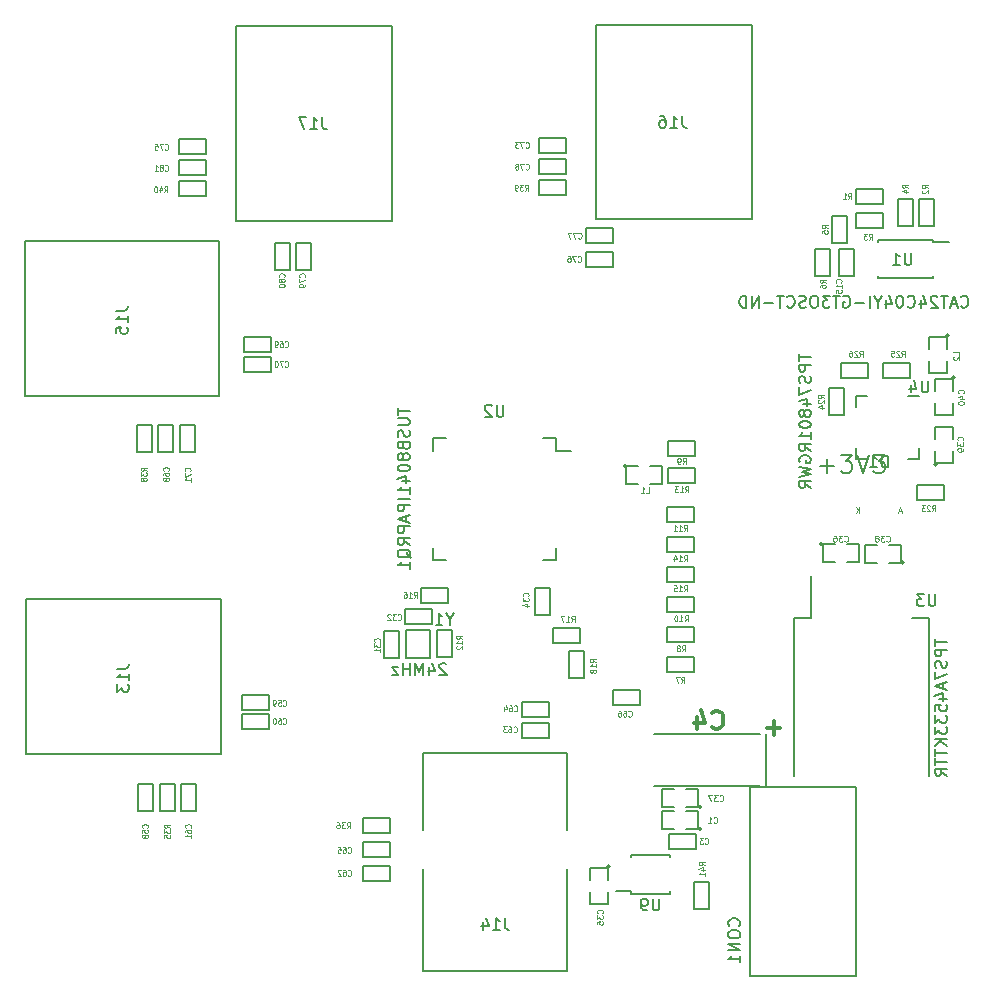
<source format=gbr>
G04 #@! TF.GenerationSoftware,KiCad,Pcbnew,(2017-08-08 revision 53204e097)-makepkg*
G04 #@! TF.CreationDate,2017-08-23T13:37:33+02:00*
G04 #@! TF.ProjectId,usbhub01a,7573626875623031612E6B696361645F,rev?*
G04 #@! TF.SameCoordinates,Original*
G04 #@! TF.FileFunction,Legend,Bot*
G04 #@! TF.FilePolarity,Positive*
%FSLAX46Y46*%
G04 Gerber Fmt 4.6, Leading zero omitted, Abs format (unit mm)*
G04 Created by KiCad (PCBNEW (2017-08-08 revision 53204e097)-makepkg) date 08/23/17 13:37:33*
%MOMM*%
%LPD*%
G01*
G04 APERTURE LIST*
%ADD10C,0.127000*%
%ADD11C,0.150000*%
%ADD12C,0.099060*%
%ADD13C,0.203200*%
%ADD14C,0.109220*%
%ADD15C,0.114300*%
%ADD16C,0.304800*%
G04 APERTURE END LIST*
D10*
X168931200Y-141995400D02*
X168931200Y-125995400D01*
X177931200Y-141995400D02*
X168931200Y-141995400D01*
X177931200Y-125995400D02*
X177931200Y-141995400D01*
X168931200Y-125995400D02*
X177931200Y-125995400D01*
D11*
X139868400Y-112642800D02*
X139868400Y-115042800D01*
X139868400Y-115042800D02*
X141868400Y-115042800D01*
X141868400Y-115042800D02*
X141868400Y-112642800D01*
X141868400Y-112642800D02*
X139868400Y-112642800D01*
X152495000Y-96425000D02*
X152495000Y-97475000D01*
X142145000Y-96425000D02*
X142145000Y-97475000D01*
X142145000Y-106775000D02*
X142145000Y-105725000D01*
X152495000Y-106775000D02*
X152495000Y-105725000D01*
X152495000Y-96425000D02*
X151445000Y-96425000D01*
X152495000Y-106775000D02*
X151445000Y-106775000D01*
X142145000Y-106775000D02*
X143195000Y-106775000D01*
X142145000Y-96425000D02*
X143195000Y-96425000D01*
X152495000Y-97475000D02*
X153770000Y-97475000D01*
X153492200Y-132906500D02*
X153492200Y-141542500D01*
X153492200Y-123091000D02*
X153492200Y-129604500D01*
X141300200Y-132906500D02*
X141300200Y-141542500D01*
X141300200Y-123091000D02*
X141300200Y-129604500D01*
X141300200Y-141542500D02*
X153492200Y-141542500D01*
X153492200Y-123091000D02*
X141300200Y-123091000D01*
X157099000Y-132715000D02*
G75*
G03X157099000Y-132715000I-127000J0D01*
G01*
X156972000Y-133858000D02*
X156972000Y-132842000D01*
X156972000Y-132842000D02*
X155448000Y-132842000D01*
X155448000Y-132842000D02*
X155448000Y-133858000D01*
X155448000Y-134874000D02*
X155448000Y-135890000D01*
X155448000Y-135890000D02*
X156972000Y-135890000D01*
X156972000Y-135890000D02*
X156972000Y-134874000D01*
X175107600Y-105410000D02*
G75*
G03X175107600Y-105410000I-127000J0D01*
G01*
X176123600Y-105410000D02*
X175107600Y-105410000D01*
X175107600Y-105410000D02*
X175107600Y-106934000D01*
X175107600Y-106934000D02*
X176123600Y-106934000D01*
X177139600Y-106934000D02*
X178155600Y-106934000D01*
X178155600Y-106934000D02*
X178155600Y-105410000D01*
X178155600Y-105410000D02*
X177139600Y-105410000D01*
X164846000Y-127660400D02*
G75*
G03X164846000Y-127660400I-127000J0D01*
G01*
X163576000Y-127660400D02*
X164592000Y-127660400D01*
X164592000Y-127660400D02*
X164592000Y-126136400D01*
X164592000Y-126136400D02*
X163576000Y-126136400D01*
X162560000Y-126136400D02*
X161544000Y-126136400D01*
X161544000Y-126136400D02*
X161544000Y-127660400D01*
X161544000Y-127660400D02*
X162560000Y-127660400D01*
X181965600Y-106959400D02*
G75*
G03X181965600Y-106959400I-127000J0D01*
G01*
X180695600Y-106959400D02*
X181711600Y-106959400D01*
X181711600Y-106959400D02*
X181711600Y-105435400D01*
X181711600Y-105435400D02*
X180695600Y-105435400D01*
X179679600Y-105435400D02*
X178663600Y-105435400D01*
X178663600Y-105435400D02*
X178663600Y-106959400D01*
X178663600Y-106959400D02*
X179679600Y-106959400D01*
X184785000Y-98679000D02*
G75*
G03X184785000Y-98679000I-127000J0D01*
G01*
X184658000Y-97536000D02*
X184658000Y-98552000D01*
X184658000Y-98552000D02*
X186182000Y-98552000D01*
X186182000Y-98552000D02*
X186182000Y-97536000D01*
X186182000Y-96520000D02*
X186182000Y-95504000D01*
X186182000Y-95504000D02*
X184658000Y-95504000D01*
X184658000Y-95504000D02*
X184658000Y-96520000D01*
X186309000Y-91313000D02*
G75*
G03X186309000Y-91313000I-127000J0D01*
G01*
X186182000Y-92456000D02*
X186182000Y-91440000D01*
X186182000Y-91440000D02*
X184658000Y-91440000D01*
X184658000Y-91440000D02*
X184658000Y-92456000D01*
X184658000Y-93472000D02*
X184658000Y-94488000D01*
X184658000Y-94488000D02*
X186182000Y-94488000D01*
X186182000Y-94488000D02*
X186182000Y-93472000D01*
X182709820Y-111683800D02*
X184124600Y-111683800D01*
X174109380Y-111671100D02*
X174109380Y-108127800D01*
X172694600Y-111683800D02*
X172694600Y-125065800D01*
X184124600Y-125065800D02*
X184124600Y-111683800D01*
X172694600Y-111683800D02*
X174109380Y-111683800D01*
X184443000Y-79655000D02*
X184443000Y-79855000D01*
X179793000Y-79655000D02*
X179793000Y-79855000D01*
X179793000Y-82905000D02*
X179793000Y-82705000D01*
X184443000Y-82905000D02*
X184443000Y-82705000D01*
X184443000Y-79655000D02*
X179793000Y-79655000D01*
X184443000Y-82905000D02*
X179793000Y-82905000D01*
X184443000Y-79855000D02*
X185793000Y-79855000D01*
X177944000Y-92854000D02*
X177944000Y-93779000D01*
X183244000Y-98154000D02*
X183244000Y-97229000D01*
X177944000Y-98154000D02*
X177944000Y-97229000D01*
X183244000Y-92854000D02*
X182319000Y-92854000D01*
X183244000Y-98154000D02*
X182319000Y-98154000D01*
X177944000Y-98154000D02*
X178869000Y-98154000D01*
X177944000Y-92854000D02*
X178869000Y-92854000D01*
X124134000Y-110050000D02*
X107634000Y-110050000D01*
X124134000Y-123190000D02*
X107634000Y-123190000D01*
X124134000Y-123190000D02*
X124134000Y-110050000D01*
X107634000Y-123190000D02*
X107634000Y-110050000D01*
X124032400Y-79747800D02*
X107532400Y-79747800D01*
X124032400Y-92887800D02*
X107532400Y-92887800D01*
X124032400Y-92887800D02*
X124032400Y-79747800D01*
X107532400Y-92887800D02*
X107532400Y-79747800D01*
X169096000Y-77906000D02*
X169096000Y-61406000D01*
X155956000Y-77906000D02*
X155956000Y-61406000D01*
X155956000Y-77906000D02*
X169096000Y-77906000D01*
X155956000Y-61406000D02*
X169096000Y-61406000D01*
X138616000Y-78033000D02*
X138616000Y-61533000D01*
X125476000Y-78033000D02*
X125476000Y-61533000D01*
X125476000Y-78033000D02*
X138616000Y-78033000D01*
X125476000Y-61533000D02*
X138616000Y-61533000D01*
X185801000Y-87757000D02*
G75*
G03X185801000Y-87757000I-127000J0D01*
G01*
X185674000Y-88900000D02*
X185674000Y-87884000D01*
X185674000Y-87884000D02*
X184150000Y-87884000D01*
X184150000Y-87884000D02*
X184150000Y-88900000D01*
X184150000Y-89916000D02*
X184150000Y-90932000D01*
X184150000Y-90932000D02*
X185674000Y-90932000D01*
X185674000Y-90932000D02*
X185674000Y-89916000D01*
X158496000Y-98806000D02*
G75*
G03X158496000Y-98806000I-127000J0D01*
G01*
X159512000Y-98806000D02*
X158496000Y-98806000D01*
X158496000Y-98806000D02*
X158496000Y-100330000D01*
X158496000Y-100330000D02*
X159512000Y-100330000D01*
X160528000Y-100330000D02*
X161544000Y-100330000D01*
X161544000Y-100330000D02*
X161544000Y-98806000D01*
X161544000Y-98806000D02*
X160528000Y-98806000D01*
X177800000Y-80391000D02*
X176530000Y-80391000D01*
X177800000Y-82677000D02*
X177800000Y-80391000D01*
X176530000Y-82677000D02*
X177800000Y-82677000D01*
X176530000Y-80391000D02*
X176530000Y-82677000D01*
X137998200Y-115036600D02*
X139268200Y-115036600D01*
X137998200Y-112750600D02*
X137998200Y-115036600D01*
X139268200Y-112750600D02*
X137998200Y-112750600D01*
X139268200Y-115036600D02*
X139268200Y-112750600D01*
X142011400Y-110871000D02*
X139725400Y-110871000D01*
X139725400Y-110871000D02*
X139725400Y-112141000D01*
X139725400Y-112141000D02*
X142011400Y-112141000D01*
X142011400Y-112141000D02*
X142011400Y-110871000D01*
X152019000Y-109093000D02*
X150749000Y-109093000D01*
X152019000Y-111379000D02*
X152019000Y-109093000D01*
X150749000Y-111379000D02*
X152019000Y-111379000D01*
X150749000Y-109093000D02*
X150749000Y-111379000D01*
X117144800Y-125679200D02*
X117144800Y-127965200D01*
X117144800Y-127965200D02*
X118414800Y-127965200D01*
X118414800Y-127965200D02*
X118414800Y-125679200D01*
X118414800Y-125679200D02*
X117144800Y-125679200D01*
X128270000Y-119430800D02*
X128270000Y-118160800D01*
X125984000Y-119430800D02*
X128270000Y-119430800D01*
X125984000Y-118160800D02*
X125984000Y-119430800D01*
X128270000Y-118160800D02*
X125984000Y-118160800D01*
X128270000Y-119761000D02*
X125984000Y-119761000D01*
X125984000Y-119761000D02*
X125984000Y-121031000D01*
X125984000Y-121031000D02*
X128270000Y-121031000D01*
X128270000Y-121031000D02*
X128270000Y-119761000D01*
X122021600Y-125730000D02*
X120751600Y-125730000D01*
X122021600Y-128016000D02*
X122021600Y-125730000D01*
X120751600Y-128016000D02*
X122021600Y-128016000D01*
X120751600Y-125730000D02*
X120751600Y-128016000D01*
X138455400Y-133883400D02*
X138455400Y-132613400D01*
X136169400Y-133883400D02*
X138455400Y-133883400D01*
X136169400Y-132613400D02*
X136169400Y-133883400D01*
X138455400Y-132613400D02*
X136169400Y-132613400D01*
X149627332Y-120523000D02*
X149627332Y-121793000D01*
X151913332Y-120523000D02*
X149627332Y-120523000D01*
X151913332Y-121793000D02*
X151913332Y-120523000D01*
X149627332Y-121793000D02*
X151913332Y-121793000D01*
X149631400Y-118745000D02*
X149631400Y-120015000D01*
X151917400Y-118745000D02*
X149631400Y-118745000D01*
X151917400Y-120015000D02*
X151917400Y-118745000D01*
X149631400Y-120015000D02*
X151917400Y-120015000D01*
X138455400Y-130581400D02*
X136169400Y-130581400D01*
X136169400Y-130581400D02*
X136169400Y-131851400D01*
X136169400Y-131851400D02*
X138455400Y-131851400D01*
X138455400Y-131851400D02*
X138455400Y-130581400D01*
X157353000Y-118999000D02*
X159639000Y-118999000D01*
X159639000Y-118999000D02*
X159639000Y-117729000D01*
X159639000Y-117729000D02*
X157353000Y-117729000D01*
X157353000Y-117729000D02*
X157353000Y-118999000D01*
X118872000Y-95351600D02*
X118872000Y-97637600D01*
X118872000Y-97637600D02*
X120142000Y-97637600D01*
X120142000Y-97637600D02*
X120142000Y-95351600D01*
X120142000Y-95351600D02*
X118872000Y-95351600D01*
X128397000Y-89154000D02*
X128397000Y-87884000D01*
X126111000Y-89154000D02*
X128397000Y-89154000D01*
X126111000Y-87884000D02*
X126111000Y-89154000D01*
X128397000Y-87884000D02*
X126111000Y-87884000D01*
X128397000Y-89535000D02*
X126111000Y-89535000D01*
X126111000Y-89535000D02*
X126111000Y-90805000D01*
X126111000Y-90805000D02*
X128397000Y-90805000D01*
X128397000Y-90805000D02*
X128397000Y-89535000D01*
X121945400Y-95351600D02*
X120675400Y-95351600D01*
X121945400Y-97637600D02*
X121945400Y-95351600D01*
X120675400Y-97637600D02*
X121945400Y-97637600D01*
X120675400Y-95351600D02*
X120675400Y-97637600D01*
X153416000Y-70993000D02*
X151130000Y-70993000D01*
X151130000Y-70993000D02*
X151130000Y-72263000D01*
X151130000Y-72263000D02*
X153416000Y-72263000D01*
X153416000Y-72263000D02*
X153416000Y-70993000D01*
X122910600Y-72390000D02*
X122910600Y-71120000D01*
X120624600Y-72390000D02*
X122910600Y-72390000D01*
X120624600Y-71120000D02*
X120624600Y-72390000D01*
X122910600Y-71120000D02*
X120624600Y-71120000D01*
X155067000Y-80645000D02*
X155067000Y-81915000D01*
X157353000Y-80645000D02*
X155067000Y-80645000D01*
X157353000Y-81915000D02*
X157353000Y-80645000D01*
X155067000Y-81915000D02*
X157353000Y-81915000D01*
X155067000Y-79883000D02*
X157353000Y-79883000D01*
X157353000Y-79883000D02*
X157353000Y-78613000D01*
X157353000Y-78613000D02*
X155067000Y-78613000D01*
X155067000Y-78613000D02*
X155067000Y-79883000D01*
X153416000Y-74041000D02*
X153416000Y-72771000D01*
X151130000Y-74041000D02*
X153416000Y-74041000D01*
X151130000Y-72771000D02*
X151130000Y-74041000D01*
X153416000Y-72771000D02*
X151130000Y-72771000D01*
X130479800Y-82169000D02*
X131749800Y-82169000D01*
X130479800Y-79883000D02*
X130479800Y-82169000D01*
X131749800Y-79883000D02*
X130479800Y-79883000D01*
X131749800Y-82169000D02*
X131749800Y-79883000D01*
X129971800Y-82169000D02*
X129971800Y-79883000D01*
X129971800Y-79883000D02*
X128701800Y-79883000D01*
X128701800Y-79883000D02*
X128701800Y-82169000D01*
X128701800Y-82169000D02*
X129971800Y-82169000D01*
X122910600Y-74168000D02*
X122910600Y-72898000D01*
X120624600Y-74168000D02*
X122910600Y-74168000D01*
X120624600Y-72898000D02*
X120624600Y-74168000D01*
X122910600Y-72898000D02*
X120624600Y-72898000D01*
X177927000Y-76581000D02*
X180213000Y-76581000D01*
X180213000Y-76581000D02*
X180213000Y-75311000D01*
X180213000Y-75311000D02*
X177927000Y-75311000D01*
X177927000Y-75311000D02*
X177927000Y-76581000D01*
X183224942Y-78429170D02*
X184494942Y-78429170D01*
X183224942Y-76143170D02*
X183224942Y-78429170D01*
X184494942Y-76143170D02*
X183224942Y-76143170D01*
X184494942Y-78429170D02*
X184494942Y-76143170D01*
X177927000Y-78613000D02*
X180213000Y-78613000D01*
X180213000Y-78613000D02*
X180213000Y-77343000D01*
X180213000Y-77343000D02*
X177927000Y-77343000D01*
X177927000Y-77343000D02*
X177927000Y-78613000D01*
X182716942Y-78429170D02*
X182716942Y-76143170D01*
X182716942Y-76143170D02*
X181446942Y-76143170D01*
X181446942Y-76143170D02*
X181446942Y-78429170D01*
X181446942Y-78429170D02*
X182716942Y-78429170D01*
X175895000Y-77597000D02*
X175895000Y-79883000D01*
X175895000Y-79883000D02*
X177165000Y-79883000D01*
X177165000Y-79883000D02*
X177165000Y-77597000D01*
X177165000Y-77597000D02*
X175895000Y-77597000D01*
X175768000Y-80391000D02*
X174498000Y-80391000D01*
X175768000Y-82677000D02*
X175768000Y-80391000D01*
X174498000Y-82677000D02*
X175768000Y-82677000D01*
X174498000Y-80391000D02*
X174498000Y-82677000D01*
X164211000Y-116205000D02*
X164211000Y-114935000D01*
X161925000Y-116205000D02*
X164211000Y-116205000D01*
X161925000Y-114935000D02*
X161925000Y-116205000D01*
X164211000Y-114935000D02*
X161925000Y-114935000D01*
X161925000Y-112395000D02*
X161925000Y-113665000D01*
X164211000Y-112395000D02*
X161925000Y-112395000D01*
X164211000Y-113665000D02*
X164211000Y-112395000D01*
X161925000Y-113665000D02*
X164211000Y-113665000D01*
X162001200Y-96647000D02*
X162001200Y-97917000D01*
X164287200Y-96647000D02*
X162001200Y-96647000D01*
X164287200Y-97917000D02*
X164287200Y-96647000D01*
X162001200Y-97917000D02*
X164287200Y-97917000D01*
X164211000Y-109855000D02*
X161925000Y-109855000D01*
X161925000Y-109855000D02*
X161925000Y-111125000D01*
X161925000Y-111125000D02*
X164211000Y-111125000D01*
X164211000Y-111125000D02*
X164211000Y-109855000D01*
X161925000Y-103505000D02*
X164211000Y-103505000D01*
X164211000Y-103505000D02*
X164211000Y-102235000D01*
X164211000Y-102235000D02*
X161925000Y-102235000D01*
X161925000Y-102235000D02*
X161925000Y-103505000D01*
X142417800Y-112699800D02*
X142417800Y-114985800D01*
X142417800Y-114985800D02*
X143687800Y-114985800D01*
X143687800Y-114985800D02*
X143687800Y-112699800D01*
X143687800Y-112699800D02*
X142417800Y-112699800D01*
X162001200Y-98958400D02*
X162001200Y-100228400D01*
X164287200Y-98958400D02*
X162001200Y-98958400D01*
X164287200Y-100228400D02*
X164287200Y-98958400D01*
X162001200Y-100228400D02*
X164287200Y-100228400D01*
X164211000Y-104775000D02*
X161925000Y-104775000D01*
X161925000Y-104775000D02*
X161925000Y-106045000D01*
X161925000Y-106045000D02*
X164211000Y-106045000D01*
X164211000Y-106045000D02*
X164211000Y-104775000D01*
X161925000Y-107315000D02*
X161925000Y-108585000D01*
X164211000Y-107315000D02*
X161925000Y-107315000D01*
X164211000Y-108585000D02*
X164211000Y-107315000D01*
X161925000Y-108585000D02*
X164211000Y-108585000D01*
X143383000Y-109093000D02*
X141097000Y-109093000D01*
X141097000Y-109093000D02*
X141097000Y-110363000D01*
X141097000Y-110363000D02*
X143383000Y-110363000D01*
X143383000Y-110363000D02*
X143383000Y-109093000D01*
X154559000Y-113766600D02*
X154559000Y-112496600D01*
X152273000Y-113766600D02*
X154559000Y-113766600D01*
X152273000Y-112496600D02*
X152273000Y-113766600D01*
X154559000Y-112496600D02*
X152273000Y-112496600D01*
X154940000Y-116713000D02*
X154940000Y-114427000D01*
X154940000Y-114427000D02*
X153670000Y-114427000D01*
X153670000Y-114427000D02*
X153670000Y-116713000D01*
X153670000Y-116713000D02*
X154940000Y-116713000D01*
X183057800Y-101625400D02*
X185343800Y-101625400D01*
X185343800Y-101625400D02*
X185343800Y-100355400D01*
X185343800Y-100355400D02*
X183057800Y-100355400D01*
X183057800Y-100355400D02*
X183057800Y-101625400D01*
X176911000Y-94488000D02*
X176911000Y-92202000D01*
X176911000Y-92202000D02*
X175641000Y-92202000D01*
X175641000Y-92202000D02*
X175641000Y-94488000D01*
X175641000Y-94488000D02*
X176911000Y-94488000D01*
X182499000Y-90043000D02*
X180213000Y-90043000D01*
X180213000Y-90043000D02*
X180213000Y-91313000D01*
X180213000Y-91313000D02*
X182499000Y-91313000D01*
X182499000Y-91313000D02*
X182499000Y-90043000D01*
X178943000Y-91313000D02*
X178943000Y-90043000D01*
X176657000Y-91313000D02*
X178943000Y-91313000D01*
X176657000Y-90043000D02*
X176657000Y-91313000D01*
X178943000Y-90043000D02*
X176657000Y-90043000D01*
X120243600Y-125704600D02*
X118973600Y-125704600D01*
X120243600Y-127990600D02*
X120243600Y-125704600D01*
X118973600Y-127990600D02*
X120243600Y-127990600D01*
X118973600Y-125704600D02*
X118973600Y-127990600D01*
X138455400Y-129819400D02*
X138455400Y-128549400D01*
X136169400Y-129819400D02*
X138455400Y-129819400D01*
X136169400Y-128549400D02*
X136169400Y-129819400D01*
X138455400Y-128549400D02*
X136169400Y-128549400D01*
X118287800Y-95326200D02*
X117017800Y-95326200D01*
X118287800Y-97612200D02*
X118287800Y-95326200D01*
X117017800Y-97612200D02*
X118287800Y-97612200D01*
X117017800Y-95326200D02*
X117017800Y-97612200D01*
X153416000Y-75819000D02*
X153416000Y-74549000D01*
X151130000Y-75819000D02*
X153416000Y-75819000D01*
X151130000Y-74549000D02*
X151130000Y-75819000D01*
X153416000Y-74549000D02*
X151130000Y-74549000D01*
X122910600Y-75946000D02*
X122910600Y-74676000D01*
X120624600Y-75946000D02*
X122910600Y-75946000D01*
X120624600Y-74676000D02*
X120624600Y-75946000D01*
X122910600Y-74676000D02*
X120624600Y-74676000D01*
X161544000Y-129540000D02*
X162560000Y-129540000D01*
X161544000Y-128016000D02*
X161544000Y-129540000D01*
X162560000Y-128016000D02*
X161544000Y-128016000D01*
X164592000Y-128016000D02*
X163576000Y-128016000D01*
X164592000Y-129540000D02*
X164592000Y-128016000D01*
X163576000Y-129540000D02*
X164592000Y-129540000D01*
X164846000Y-129540000D02*
G75*
G03X164846000Y-129540000I-127000J0D01*
G01*
X164211000Y-133985000D02*
X164211000Y-136271000D01*
X164211000Y-136271000D02*
X165481000Y-136271000D01*
X165481000Y-136271000D02*
X165481000Y-133985000D01*
X165481000Y-133985000D02*
X164211000Y-133985000D01*
X158853000Y-135025000D02*
X158853000Y-134775000D01*
X162203000Y-135025000D02*
X162203000Y-134775000D01*
X162203000Y-131675000D02*
X162203000Y-131925000D01*
X158853000Y-131675000D02*
X158853000Y-131925000D01*
X158853000Y-135025000D02*
X162203000Y-135025000D01*
X158853000Y-131675000D02*
X162203000Y-131675000D01*
X158853000Y-134775000D02*
X157603000Y-134775000D01*
X164363400Y-129921000D02*
X162077400Y-129921000D01*
X162077400Y-129921000D02*
X162077400Y-131191000D01*
X162077400Y-131191000D02*
X164363400Y-131191000D01*
X164363400Y-131191000D02*
X164363400Y-129921000D01*
X170304460Y-121447560D02*
X170304460Y-125846840D01*
X169804080Y-125846840D02*
X160802320Y-125846840D01*
X160802320Y-121447560D02*
X169804080Y-121447560D01*
X170957240Y-120345200D02*
X170957240Y-121445020D01*
X171556680Y-120845580D02*
X170357800Y-120845580D01*
X180620895Y-98902780D02*
X180620895Y-97902780D01*
X180382800Y-97902780D01*
X180239942Y-97950400D01*
X180144704Y-98045638D01*
X180097085Y-98140876D01*
X180049466Y-98331352D01*
X180049466Y-98474209D01*
X180097085Y-98664685D01*
X180144704Y-98759923D01*
X180239942Y-98855161D01*
X180382800Y-98902780D01*
X180620895Y-98902780D01*
X179097085Y-98902780D02*
X179668514Y-98902780D01*
X179382800Y-98902780D02*
X179382800Y-97902780D01*
X179478038Y-98045638D01*
X179573276Y-98140876D01*
X179668514Y-98188495D01*
X174911657Y-98762457D02*
X176072800Y-98762457D01*
X175492228Y-99343028D02*
X175492228Y-98181885D01*
X176653371Y-97819028D02*
X177596800Y-97819028D01*
X177088800Y-98399600D01*
X177306514Y-98399600D01*
X177451657Y-98472171D01*
X177524228Y-98544742D01*
X177596800Y-98689885D01*
X177596800Y-99052742D01*
X177524228Y-99197885D01*
X177451657Y-99270457D01*
X177306514Y-99343028D01*
X176871085Y-99343028D01*
X176725942Y-99270457D01*
X176653371Y-99197885D01*
X178032228Y-97819028D02*
X178540228Y-99343028D01*
X179048228Y-97819028D01*
X179411085Y-97819028D02*
X180354514Y-97819028D01*
X179846514Y-98399600D01*
X180064228Y-98399600D01*
X180209371Y-98472171D01*
X180281942Y-98544742D01*
X180354514Y-98689885D01*
X180354514Y-99052742D01*
X180281942Y-99197885D01*
X180209371Y-99270457D01*
X180064228Y-99343028D01*
X179628800Y-99343028D01*
X179483657Y-99270457D01*
X179411085Y-99197885D01*
D12*
X178212991Y-102766162D02*
X178212991Y-102265782D01*
X177927060Y-102766162D02*
X178141509Y-102480230D01*
X177927060Y-102265782D02*
X178212991Y-102551713D01*
X181802798Y-102623196D02*
X181564521Y-102623196D01*
X181850453Y-102766162D02*
X181683660Y-102265782D01*
X181516866Y-102766162D01*
D13*
X168028257Y-137716985D02*
X168076638Y-137668604D01*
X168125019Y-137523461D01*
X168125019Y-137426700D01*
X168076638Y-137281557D01*
X167979876Y-137184795D01*
X167883114Y-137136414D01*
X167689590Y-137088033D01*
X167544447Y-137088033D01*
X167350923Y-137136414D01*
X167254161Y-137184795D01*
X167157400Y-137281557D01*
X167109019Y-137426700D01*
X167109019Y-137523461D01*
X167157400Y-137668604D01*
X167205780Y-137716985D01*
X167109019Y-138345938D02*
X167109019Y-138539461D01*
X167157400Y-138636223D01*
X167254161Y-138732985D01*
X167447685Y-138781366D01*
X167786352Y-138781366D01*
X167979876Y-138732985D01*
X168076638Y-138636223D01*
X168125019Y-138539461D01*
X168125019Y-138345938D01*
X168076638Y-138249176D01*
X167979876Y-138152414D01*
X167786352Y-138104033D01*
X167447685Y-138104033D01*
X167254161Y-138152414D01*
X167157400Y-138249176D01*
X167109019Y-138345938D01*
X168125019Y-139216795D02*
X167109019Y-139216795D01*
X168125019Y-139797366D01*
X167109019Y-139797366D01*
X168125019Y-140813366D02*
X168125019Y-140232795D01*
X168125019Y-140523080D02*
X167109019Y-140523080D01*
X167254161Y-140426319D01*
X167350923Y-140329557D01*
X167399304Y-140232795D01*
D11*
X143528990Y-111736190D02*
X143528990Y-112212380D01*
X143862323Y-111212380D02*
X143528990Y-111736190D01*
X143195657Y-111212380D01*
X142338514Y-112212380D02*
X142909942Y-112212380D01*
X142624228Y-112212380D02*
X142624228Y-111212380D01*
X142719466Y-111355238D01*
X142814704Y-111450476D01*
X142909942Y-111498095D01*
X143231904Y-115574819D02*
X143184285Y-115527200D01*
X143089047Y-115479580D01*
X142850952Y-115479580D01*
X142755714Y-115527200D01*
X142708095Y-115574819D01*
X142660476Y-115670057D01*
X142660476Y-115765295D01*
X142708095Y-115908152D01*
X143279523Y-116479580D01*
X142660476Y-116479580D01*
X141803333Y-115812914D02*
X141803333Y-116479580D01*
X142041428Y-115431961D02*
X142279523Y-116146247D01*
X141660476Y-116146247D01*
X141279523Y-116479580D02*
X141279523Y-115479580D01*
X140946190Y-116193866D01*
X140612857Y-115479580D01*
X140612857Y-116479580D01*
X140136666Y-116479580D02*
X140136666Y-115479580D01*
X140136666Y-115955771D02*
X139565238Y-115955771D01*
X139565238Y-116479580D02*
X139565238Y-115479580D01*
X139184285Y-115812914D02*
X138660476Y-115812914D01*
X139184285Y-116479580D01*
X138660476Y-116479580D01*
X148081904Y-93602380D02*
X148081904Y-94411904D01*
X148034285Y-94507142D01*
X147986666Y-94554761D01*
X147891428Y-94602380D01*
X147700952Y-94602380D01*
X147605714Y-94554761D01*
X147558095Y-94507142D01*
X147510476Y-94411904D01*
X147510476Y-93602380D01*
X147081904Y-93697619D02*
X147034285Y-93650000D01*
X146939047Y-93602380D01*
X146700952Y-93602380D01*
X146605714Y-93650000D01*
X146558095Y-93697619D01*
X146510476Y-93792857D01*
X146510476Y-93888095D01*
X146558095Y-94030952D01*
X147129523Y-94602380D01*
X146510476Y-94602380D01*
X139126980Y-93853857D02*
X139126980Y-94425285D01*
X140126980Y-94139571D02*
X139126980Y-94139571D01*
X139126980Y-94758619D02*
X139936504Y-94758619D01*
X140031742Y-94806238D01*
X140079361Y-94853857D01*
X140126980Y-94949095D01*
X140126980Y-95139571D01*
X140079361Y-95234809D01*
X140031742Y-95282428D01*
X139936504Y-95330047D01*
X139126980Y-95330047D01*
X140079361Y-95758619D02*
X140126980Y-95901476D01*
X140126980Y-96139571D01*
X140079361Y-96234809D01*
X140031742Y-96282428D01*
X139936504Y-96330047D01*
X139841266Y-96330047D01*
X139746028Y-96282428D01*
X139698409Y-96234809D01*
X139650790Y-96139571D01*
X139603171Y-95949095D01*
X139555552Y-95853857D01*
X139507933Y-95806238D01*
X139412695Y-95758619D01*
X139317457Y-95758619D01*
X139222219Y-95806238D01*
X139174600Y-95853857D01*
X139126980Y-95949095D01*
X139126980Y-96187190D01*
X139174600Y-96330047D01*
X139603171Y-97091952D02*
X139650790Y-97234809D01*
X139698409Y-97282428D01*
X139793647Y-97330047D01*
X139936504Y-97330047D01*
X140031742Y-97282428D01*
X140079361Y-97234809D01*
X140126980Y-97139571D01*
X140126980Y-96758619D01*
X139126980Y-96758619D01*
X139126980Y-97091952D01*
X139174600Y-97187190D01*
X139222219Y-97234809D01*
X139317457Y-97282428D01*
X139412695Y-97282428D01*
X139507933Y-97234809D01*
X139555552Y-97187190D01*
X139603171Y-97091952D01*
X139603171Y-96758619D01*
X139555552Y-97901476D02*
X139507933Y-97806238D01*
X139460314Y-97758619D01*
X139365076Y-97711000D01*
X139317457Y-97711000D01*
X139222219Y-97758619D01*
X139174600Y-97806238D01*
X139126980Y-97901476D01*
X139126980Y-98091952D01*
X139174600Y-98187190D01*
X139222219Y-98234809D01*
X139317457Y-98282428D01*
X139365076Y-98282428D01*
X139460314Y-98234809D01*
X139507933Y-98187190D01*
X139555552Y-98091952D01*
X139555552Y-97901476D01*
X139603171Y-97806238D01*
X139650790Y-97758619D01*
X139746028Y-97711000D01*
X139936504Y-97711000D01*
X140031742Y-97758619D01*
X140079361Y-97806238D01*
X140126980Y-97901476D01*
X140126980Y-98091952D01*
X140079361Y-98187190D01*
X140031742Y-98234809D01*
X139936504Y-98282428D01*
X139746028Y-98282428D01*
X139650790Y-98234809D01*
X139603171Y-98187190D01*
X139555552Y-98091952D01*
X139126980Y-98901476D02*
X139126980Y-98996714D01*
X139174600Y-99091952D01*
X139222219Y-99139571D01*
X139317457Y-99187190D01*
X139507933Y-99234809D01*
X139746028Y-99234809D01*
X139936504Y-99187190D01*
X140031742Y-99139571D01*
X140079361Y-99091952D01*
X140126980Y-98996714D01*
X140126980Y-98901476D01*
X140079361Y-98806238D01*
X140031742Y-98758619D01*
X139936504Y-98711000D01*
X139746028Y-98663380D01*
X139507933Y-98663380D01*
X139317457Y-98711000D01*
X139222219Y-98758619D01*
X139174600Y-98806238D01*
X139126980Y-98901476D01*
X139460314Y-100091952D02*
X140126980Y-100091952D01*
X139079361Y-99853857D02*
X139793647Y-99615761D01*
X139793647Y-100234809D01*
X140126980Y-101139571D02*
X140126980Y-100568142D01*
X140126980Y-100853857D02*
X139126980Y-100853857D01*
X139269838Y-100758619D01*
X139365076Y-100663380D01*
X139412695Y-100568142D01*
X140126980Y-101568142D02*
X139126980Y-101568142D01*
X140126980Y-102044333D02*
X139126980Y-102044333D01*
X139126980Y-102425285D01*
X139174600Y-102520523D01*
X139222219Y-102568142D01*
X139317457Y-102615761D01*
X139460314Y-102615761D01*
X139555552Y-102568142D01*
X139603171Y-102520523D01*
X139650790Y-102425285D01*
X139650790Y-102044333D01*
X139841266Y-102996714D02*
X139841266Y-103472904D01*
X140126980Y-102901476D02*
X139126980Y-103234809D01*
X140126980Y-103568142D01*
X140126980Y-103901476D02*
X139126980Y-103901476D01*
X139126980Y-104282428D01*
X139174600Y-104377666D01*
X139222219Y-104425285D01*
X139317457Y-104472904D01*
X139460314Y-104472904D01*
X139555552Y-104425285D01*
X139603171Y-104377666D01*
X139650790Y-104282428D01*
X139650790Y-103901476D01*
X140126980Y-105472904D02*
X139650790Y-105139571D01*
X140126980Y-104901476D02*
X139126980Y-104901476D01*
X139126980Y-105282428D01*
X139174600Y-105377666D01*
X139222219Y-105425285D01*
X139317457Y-105472904D01*
X139460314Y-105472904D01*
X139555552Y-105425285D01*
X139603171Y-105377666D01*
X139650790Y-105282428D01*
X139650790Y-104901476D01*
X140222219Y-106568142D02*
X140174600Y-106472904D01*
X140079361Y-106377666D01*
X139936504Y-106234809D01*
X139888885Y-106139571D01*
X139888885Y-106044333D01*
X140126980Y-106091952D02*
X140079361Y-105996714D01*
X139984123Y-105901476D01*
X139793647Y-105853857D01*
X139460314Y-105853857D01*
X139269838Y-105901476D01*
X139174600Y-105996714D01*
X139126980Y-106091952D01*
X139126980Y-106282428D01*
X139174600Y-106377666D01*
X139269838Y-106472904D01*
X139460314Y-106520523D01*
X139793647Y-106520523D01*
X139984123Y-106472904D01*
X140079361Y-106377666D01*
X140126980Y-106282428D01*
X140126980Y-106091952D01*
X140126980Y-107472904D02*
X140126980Y-106901476D01*
X140126980Y-107187190D02*
X139126980Y-107187190D01*
X139269838Y-107091952D01*
X139365076Y-106996714D01*
X139412695Y-106901476D01*
X148205723Y-137057880D02*
X148205723Y-137772166D01*
X148253342Y-137915023D01*
X148348580Y-138010261D01*
X148491438Y-138057880D01*
X148586676Y-138057880D01*
X147205723Y-138057880D02*
X147777152Y-138057880D01*
X147491438Y-138057880D02*
X147491438Y-137057880D01*
X147586676Y-137200738D01*
X147681914Y-137295976D01*
X147777152Y-137343595D01*
X146348580Y-137391214D02*
X146348580Y-138057880D01*
X146586676Y-137010261D02*
X146824771Y-137724547D01*
X146205723Y-137724547D01*
D14*
X156464907Y-136660527D02*
X156488734Y-136636699D01*
X156512562Y-136565216D01*
X156512562Y-136517561D01*
X156488734Y-136446078D01*
X156441079Y-136398423D01*
X156393424Y-136374595D01*
X156298113Y-136350768D01*
X156226630Y-136350768D01*
X156131320Y-136374595D01*
X156083665Y-136398423D01*
X156036010Y-136446078D01*
X156012182Y-136517561D01*
X156012182Y-136565216D01*
X156036010Y-136636699D01*
X156059837Y-136660527D01*
X156012182Y-136827320D02*
X156012182Y-137137079D01*
X156202803Y-136970286D01*
X156202803Y-137041769D01*
X156226630Y-137089424D01*
X156250458Y-137113251D01*
X156298113Y-137137079D01*
X156417251Y-137137079D01*
X156464907Y-137113251D01*
X156488734Y-137089424D01*
X156512562Y-137041769D01*
X156512562Y-136898803D01*
X156488734Y-136851148D01*
X156464907Y-136827320D01*
X156012182Y-137589804D02*
X156012182Y-137351528D01*
X156250458Y-137327700D01*
X156226630Y-137351528D01*
X156202803Y-137399183D01*
X156202803Y-137518321D01*
X156226630Y-137565976D01*
X156250458Y-137589804D01*
X156298113Y-137613631D01*
X156417251Y-137613631D01*
X156464907Y-137589804D01*
X156488734Y-137565976D01*
X156512562Y-137518321D01*
X156512562Y-137399183D01*
X156488734Y-137351528D01*
X156464907Y-137327700D01*
X176953272Y-105131507D02*
X176977100Y-105155334D01*
X177048583Y-105179162D01*
X177096238Y-105179162D01*
X177167721Y-105155334D01*
X177215376Y-105107679D01*
X177239204Y-105060024D01*
X177263031Y-104964713D01*
X177263031Y-104893230D01*
X177239204Y-104797920D01*
X177215376Y-104750265D01*
X177167721Y-104702610D01*
X177096238Y-104678782D01*
X177048583Y-104678782D01*
X176977100Y-104702610D01*
X176953272Y-104726437D01*
X176786479Y-104678782D02*
X176476720Y-104678782D01*
X176643513Y-104869403D01*
X176572030Y-104869403D01*
X176524375Y-104893230D01*
X176500548Y-104917058D01*
X176476720Y-104964713D01*
X176476720Y-105083851D01*
X176500548Y-105131507D01*
X176524375Y-105155334D01*
X176572030Y-105179162D01*
X176714996Y-105179162D01*
X176762651Y-105155334D01*
X176786479Y-105131507D01*
X176047823Y-104678782D02*
X176143133Y-104678782D01*
X176190789Y-104702610D01*
X176214616Y-104726437D01*
X176262271Y-104797920D01*
X176286099Y-104893230D01*
X176286099Y-105083851D01*
X176262271Y-105131507D01*
X176238444Y-105155334D01*
X176190789Y-105179162D01*
X176095478Y-105179162D01*
X176047823Y-105155334D01*
X176023995Y-105131507D01*
X176000168Y-105083851D01*
X176000168Y-104964713D01*
X176023995Y-104917058D01*
X176047823Y-104893230D01*
X176095478Y-104869403D01*
X176190789Y-104869403D01*
X176238444Y-104893230D01*
X176262271Y-104917058D01*
X176286099Y-104964713D01*
X166386872Y-127102507D02*
X166410700Y-127126334D01*
X166482183Y-127150162D01*
X166529838Y-127150162D01*
X166601321Y-127126334D01*
X166648976Y-127078679D01*
X166672804Y-127031024D01*
X166696631Y-126935713D01*
X166696631Y-126864230D01*
X166672804Y-126768920D01*
X166648976Y-126721265D01*
X166601321Y-126673610D01*
X166529838Y-126649782D01*
X166482183Y-126649782D01*
X166410700Y-126673610D01*
X166386872Y-126697437D01*
X166220079Y-126649782D02*
X165910320Y-126649782D01*
X166077113Y-126840403D01*
X166005630Y-126840403D01*
X165957975Y-126864230D01*
X165934148Y-126888058D01*
X165910320Y-126935713D01*
X165910320Y-127054851D01*
X165934148Y-127102507D01*
X165957975Y-127126334D01*
X166005630Y-127150162D01*
X166148596Y-127150162D01*
X166196251Y-127126334D01*
X166220079Y-127102507D01*
X165743527Y-126649782D02*
X165409940Y-126649782D01*
X165624389Y-127150162D01*
X180509272Y-105131507D02*
X180533100Y-105155334D01*
X180604583Y-105179162D01*
X180652238Y-105179162D01*
X180723721Y-105155334D01*
X180771376Y-105107679D01*
X180795204Y-105060024D01*
X180819031Y-104964713D01*
X180819031Y-104893230D01*
X180795204Y-104797920D01*
X180771376Y-104750265D01*
X180723721Y-104702610D01*
X180652238Y-104678782D01*
X180604583Y-104678782D01*
X180533100Y-104702610D01*
X180509272Y-104726437D01*
X180342479Y-104678782D02*
X180032720Y-104678782D01*
X180199513Y-104869403D01*
X180128030Y-104869403D01*
X180080375Y-104893230D01*
X180056548Y-104917058D01*
X180032720Y-104964713D01*
X180032720Y-105083851D01*
X180056548Y-105131507D01*
X180080375Y-105155334D01*
X180128030Y-105179162D01*
X180270996Y-105179162D01*
X180318651Y-105155334D01*
X180342479Y-105131507D01*
X179746789Y-104893230D02*
X179794444Y-104869403D01*
X179818271Y-104845575D01*
X179842099Y-104797920D01*
X179842099Y-104774092D01*
X179818271Y-104726437D01*
X179794444Y-104702610D01*
X179746789Y-104678782D01*
X179651478Y-104678782D01*
X179603823Y-104702610D01*
X179579995Y-104726437D01*
X179556168Y-104774092D01*
X179556168Y-104797920D01*
X179579995Y-104845575D01*
X179603823Y-104869403D01*
X179651478Y-104893230D01*
X179746789Y-104893230D01*
X179794444Y-104917058D01*
X179818271Y-104940886D01*
X179842099Y-104988541D01*
X179842099Y-105083851D01*
X179818271Y-105131507D01*
X179794444Y-105155334D01*
X179746789Y-105179162D01*
X179651478Y-105179162D01*
X179603823Y-105155334D01*
X179579995Y-105131507D01*
X179556168Y-105083851D01*
X179556168Y-104988541D01*
X179579995Y-104940886D01*
X179603823Y-104917058D01*
X179651478Y-104893230D01*
X186970307Y-96604727D02*
X186994134Y-96580899D01*
X187017962Y-96509416D01*
X187017962Y-96461761D01*
X186994134Y-96390278D01*
X186946479Y-96342623D01*
X186898824Y-96318795D01*
X186803513Y-96294968D01*
X186732030Y-96294968D01*
X186636720Y-96318795D01*
X186589065Y-96342623D01*
X186541410Y-96390278D01*
X186517582Y-96461761D01*
X186517582Y-96509416D01*
X186541410Y-96580899D01*
X186565237Y-96604727D01*
X186517582Y-96771520D02*
X186517582Y-97081279D01*
X186708203Y-96914486D01*
X186708203Y-96985969D01*
X186732030Y-97033624D01*
X186755858Y-97057451D01*
X186803513Y-97081279D01*
X186922651Y-97081279D01*
X186970307Y-97057451D01*
X186994134Y-97033624D01*
X187017962Y-96985969D01*
X187017962Y-96843003D01*
X186994134Y-96795348D01*
X186970307Y-96771520D01*
X187017962Y-97319555D02*
X187017962Y-97414866D01*
X186994134Y-97462521D01*
X186970307Y-97486349D01*
X186898824Y-97534004D01*
X186803513Y-97557831D01*
X186612892Y-97557831D01*
X186565237Y-97534004D01*
X186541410Y-97510176D01*
X186517582Y-97462521D01*
X186517582Y-97367210D01*
X186541410Y-97319555D01*
X186565237Y-97295728D01*
X186612892Y-97271900D01*
X186732030Y-97271900D01*
X186779686Y-97295728D01*
X186803513Y-97319555D01*
X186827341Y-97367210D01*
X186827341Y-97462521D01*
X186803513Y-97510176D01*
X186779686Y-97534004D01*
X186732030Y-97557831D01*
X187021107Y-92642327D02*
X187044934Y-92618499D01*
X187068762Y-92547016D01*
X187068762Y-92499361D01*
X187044934Y-92427878D01*
X186997279Y-92380223D01*
X186949624Y-92356395D01*
X186854313Y-92332568D01*
X186782830Y-92332568D01*
X186687520Y-92356395D01*
X186639865Y-92380223D01*
X186592210Y-92427878D01*
X186568382Y-92499361D01*
X186568382Y-92547016D01*
X186592210Y-92618499D01*
X186616037Y-92642327D01*
X186735175Y-93071224D02*
X187068762Y-93071224D01*
X186544554Y-92952086D02*
X186901969Y-92832948D01*
X186901969Y-93142707D01*
X186568382Y-93428638D02*
X186568382Y-93476293D01*
X186592210Y-93523949D01*
X186616037Y-93547776D01*
X186663692Y-93571604D01*
X186759003Y-93595431D01*
X186878141Y-93595431D01*
X186973451Y-93571604D01*
X187021107Y-93547776D01*
X187044934Y-93523949D01*
X187068762Y-93476293D01*
X187068762Y-93428638D01*
X187044934Y-93380983D01*
X187021107Y-93357155D01*
X186973451Y-93333328D01*
X186878141Y-93309500D01*
X186759003Y-93309500D01*
X186663692Y-93333328D01*
X186616037Y-93357155D01*
X186592210Y-93380983D01*
X186568382Y-93428638D01*
D11*
X184657904Y-109637580D02*
X184657904Y-110447104D01*
X184610285Y-110542342D01*
X184562666Y-110589961D01*
X184467428Y-110637580D01*
X184276952Y-110637580D01*
X184181714Y-110589961D01*
X184134095Y-110542342D01*
X184086476Y-110447104D01*
X184086476Y-109637580D01*
X183705523Y-109637580D02*
X183086476Y-109637580D01*
X183419809Y-110018533D01*
X183276952Y-110018533D01*
X183181714Y-110066152D01*
X183134095Y-110113771D01*
X183086476Y-110209009D01*
X183086476Y-110447104D01*
X183134095Y-110542342D01*
X183181714Y-110589961D01*
X183276952Y-110637580D01*
X183562666Y-110637580D01*
X183657904Y-110589961D01*
X183705523Y-110542342D01*
X184618380Y-113419666D02*
X184618380Y-113991095D01*
X185618380Y-113705380D02*
X184618380Y-113705380D01*
X185618380Y-114324428D02*
X184618380Y-114324428D01*
X184618380Y-114705380D01*
X184666000Y-114800619D01*
X184713619Y-114848238D01*
X184808857Y-114895857D01*
X184951714Y-114895857D01*
X185046952Y-114848238D01*
X185094571Y-114800619D01*
X185142190Y-114705380D01*
X185142190Y-114324428D01*
X185570761Y-115276809D02*
X185618380Y-115419666D01*
X185618380Y-115657761D01*
X185570761Y-115753000D01*
X185523142Y-115800619D01*
X185427904Y-115848238D01*
X185332666Y-115848238D01*
X185237428Y-115800619D01*
X185189809Y-115753000D01*
X185142190Y-115657761D01*
X185094571Y-115467285D01*
X185046952Y-115372047D01*
X184999333Y-115324428D01*
X184904095Y-115276809D01*
X184808857Y-115276809D01*
X184713619Y-115324428D01*
X184666000Y-115372047D01*
X184618380Y-115467285D01*
X184618380Y-115705380D01*
X184666000Y-115848238D01*
X184618380Y-116181571D02*
X184618380Y-116848238D01*
X185618380Y-116419666D01*
X185332666Y-117181571D02*
X185332666Y-117657761D01*
X185618380Y-117086333D02*
X184618380Y-117419666D01*
X185618380Y-117753000D01*
X184951714Y-118514904D02*
X185618380Y-118514904D01*
X184570761Y-118276809D02*
X185285047Y-118038714D01*
X185285047Y-118657761D01*
X184618380Y-119514904D02*
X184618380Y-119038714D01*
X185094571Y-118991095D01*
X185046952Y-119038714D01*
X184999333Y-119133952D01*
X184999333Y-119372047D01*
X185046952Y-119467285D01*
X185094571Y-119514904D01*
X185189809Y-119562523D01*
X185427904Y-119562523D01*
X185523142Y-119514904D01*
X185570761Y-119467285D01*
X185618380Y-119372047D01*
X185618380Y-119133952D01*
X185570761Y-119038714D01*
X185523142Y-118991095D01*
X184618380Y-119895857D02*
X184618380Y-120514904D01*
X184999333Y-120181571D01*
X184999333Y-120324428D01*
X185046952Y-120419666D01*
X185094571Y-120467285D01*
X185189809Y-120514904D01*
X185427904Y-120514904D01*
X185523142Y-120467285D01*
X185570761Y-120419666D01*
X185618380Y-120324428D01*
X185618380Y-120038714D01*
X185570761Y-119943476D01*
X185523142Y-119895857D01*
X184618380Y-120848238D02*
X184618380Y-121467285D01*
X184999333Y-121133952D01*
X184999333Y-121276809D01*
X185046952Y-121372047D01*
X185094571Y-121419666D01*
X185189809Y-121467285D01*
X185427904Y-121467285D01*
X185523142Y-121419666D01*
X185570761Y-121372047D01*
X185618380Y-121276809D01*
X185618380Y-120991095D01*
X185570761Y-120895857D01*
X185523142Y-120848238D01*
X185618380Y-121895857D02*
X184618380Y-121895857D01*
X185618380Y-122467285D02*
X185046952Y-122038714D01*
X184618380Y-122467285D02*
X185189809Y-121895857D01*
X184618380Y-122753000D02*
X184618380Y-123324428D01*
X185618380Y-123038714D02*
X184618380Y-123038714D01*
X184618380Y-123514904D02*
X184618380Y-124086333D01*
X185618380Y-123800619D02*
X184618380Y-123800619D01*
X185618380Y-124991095D02*
X185142190Y-124657761D01*
X185618380Y-124419666D02*
X184618380Y-124419666D01*
X184618380Y-124800619D01*
X184666000Y-124895857D01*
X184713619Y-124943476D01*
X184808857Y-124991095D01*
X184951714Y-124991095D01*
X185046952Y-124943476D01*
X185094571Y-124895857D01*
X185142190Y-124800619D01*
X185142190Y-124419666D01*
X182625904Y-80732380D02*
X182625904Y-81541904D01*
X182578285Y-81637142D01*
X182530666Y-81684761D01*
X182435428Y-81732380D01*
X182244952Y-81732380D01*
X182149714Y-81684761D01*
X182102095Y-81637142D01*
X182054476Y-81541904D01*
X182054476Y-80732380D01*
X181054476Y-81732380D02*
X181625904Y-81732380D01*
X181340190Y-81732380D02*
X181340190Y-80732380D01*
X181435428Y-80875238D01*
X181530666Y-80970476D01*
X181625904Y-81018095D01*
X186820628Y-85269342D02*
X186868247Y-85316961D01*
X187011104Y-85364580D01*
X187106342Y-85364580D01*
X187249200Y-85316961D01*
X187344438Y-85221723D01*
X187392057Y-85126485D01*
X187439676Y-84936009D01*
X187439676Y-84793152D01*
X187392057Y-84602676D01*
X187344438Y-84507438D01*
X187249200Y-84412200D01*
X187106342Y-84364580D01*
X187011104Y-84364580D01*
X186868247Y-84412200D01*
X186820628Y-84459819D01*
X186439676Y-85078866D02*
X185963485Y-85078866D01*
X186534914Y-85364580D02*
X186201580Y-84364580D01*
X185868247Y-85364580D01*
X185677771Y-84364580D02*
X185106342Y-84364580D01*
X185392057Y-85364580D02*
X185392057Y-84364580D01*
X184820628Y-84459819D02*
X184773009Y-84412200D01*
X184677771Y-84364580D01*
X184439676Y-84364580D01*
X184344438Y-84412200D01*
X184296819Y-84459819D01*
X184249200Y-84555057D01*
X184249200Y-84650295D01*
X184296819Y-84793152D01*
X184868247Y-85364580D01*
X184249200Y-85364580D01*
X183392057Y-84697914D02*
X183392057Y-85364580D01*
X183630152Y-84316961D02*
X183868247Y-85031247D01*
X183249200Y-85031247D01*
X182296819Y-85269342D02*
X182344438Y-85316961D01*
X182487295Y-85364580D01*
X182582533Y-85364580D01*
X182725390Y-85316961D01*
X182820628Y-85221723D01*
X182868247Y-85126485D01*
X182915866Y-84936009D01*
X182915866Y-84793152D01*
X182868247Y-84602676D01*
X182820628Y-84507438D01*
X182725390Y-84412200D01*
X182582533Y-84364580D01*
X182487295Y-84364580D01*
X182344438Y-84412200D01*
X182296819Y-84459819D01*
X181677771Y-84364580D02*
X181582533Y-84364580D01*
X181487295Y-84412200D01*
X181439676Y-84459819D01*
X181392057Y-84555057D01*
X181344438Y-84745533D01*
X181344438Y-84983628D01*
X181392057Y-85174104D01*
X181439676Y-85269342D01*
X181487295Y-85316961D01*
X181582533Y-85364580D01*
X181677771Y-85364580D01*
X181773009Y-85316961D01*
X181820628Y-85269342D01*
X181868247Y-85174104D01*
X181915866Y-84983628D01*
X181915866Y-84745533D01*
X181868247Y-84555057D01*
X181820628Y-84459819D01*
X181773009Y-84412200D01*
X181677771Y-84364580D01*
X180487295Y-84697914D02*
X180487295Y-85364580D01*
X180725390Y-84316961D02*
X180963485Y-85031247D01*
X180344438Y-85031247D01*
X179773009Y-84888390D02*
X179773009Y-85364580D01*
X180106342Y-84364580D02*
X179773009Y-84888390D01*
X179439676Y-84364580D01*
X179106342Y-85364580D02*
X179106342Y-84364580D01*
X178630152Y-84983628D02*
X177868247Y-84983628D01*
X176868247Y-84412200D02*
X176963485Y-84364580D01*
X177106342Y-84364580D01*
X177249200Y-84412200D01*
X177344438Y-84507438D01*
X177392057Y-84602676D01*
X177439676Y-84793152D01*
X177439676Y-84936009D01*
X177392057Y-85126485D01*
X177344438Y-85221723D01*
X177249200Y-85316961D01*
X177106342Y-85364580D01*
X177011104Y-85364580D01*
X176868247Y-85316961D01*
X176820628Y-85269342D01*
X176820628Y-84936009D01*
X177011104Y-84936009D01*
X176534914Y-84364580D02*
X175963485Y-84364580D01*
X176249200Y-85364580D02*
X176249200Y-84364580D01*
X175725390Y-84364580D02*
X175106342Y-84364580D01*
X175439676Y-84745533D01*
X175296819Y-84745533D01*
X175201580Y-84793152D01*
X175153961Y-84840771D01*
X175106342Y-84936009D01*
X175106342Y-85174104D01*
X175153961Y-85269342D01*
X175201580Y-85316961D01*
X175296819Y-85364580D01*
X175582533Y-85364580D01*
X175677771Y-85316961D01*
X175725390Y-85269342D01*
X174487295Y-84364580D02*
X174296819Y-84364580D01*
X174201580Y-84412200D01*
X174106342Y-84507438D01*
X174058723Y-84697914D01*
X174058723Y-85031247D01*
X174106342Y-85221723D01*
X174201580Y-85316961D01*
X174296819Y-85364580D01*
X174487295Y-85364580D01*
X174582533Y-85316961D01*
X174677771Y-85221723D01*
X174725390Y-85031247D01*
X174725390Y-84697914D01*
X174677771Y-84507438D01*
X174582533Y-84412200D01*
X174487295Y-84364580D01*
X173677771Y-85316961D02*
X173534914Y-85364580D01*
X173296819Y-85364580D01*
X173201580Y-85316961D01*
X173153961Y-85269342D01*
X173106342Y-85174104D01*
X173106342Y-85078866D01*
X173153961Y-84983628D01*
X173201580Y-84936009D01*
X173296819Y-84888390D01*
X173487295Y-84840771D01*
X173582533Y-84793152D01*
X173630152Y-84745533D01*
X173677771Y-84650295D01*
X173677771Y-84555057D01*
X173630152Y-84459819D01*
X173582533Y-84412200D01*
X173487295Y-84364580D01*
X173249200Y-84364580D01*
X173106342Y-84412200D01*
X172106342Y-85269342D02*
X172153961Y-85316961D01*
X172296819Y-85364580D01*
X172392057Y-85364580D01*
X172534914Y-85316961D01*
X172630152Y-85221723D01*
X172677771Y-85126485D01*
X172725390Y-84936009D01*
X172725390Y-84793152D01*
X172677771Y-84602676D01*
X172630152Y-84507438D01*
X172534914Y-84412200D01*
X172392057Y-84364580D01*
X172296819Y-84364580D01*
X172153961Y-84412200D01*
X172106342Y-84459819D01*
X171820628Y-84364580D02*
X171249200Y-84364580D01*
X171534914Y-85364580D02*
X171534914Y-84364580D01*
X170915866Y-84983628D02*
X170153961Y-84983628D01*
X169677771Y-85364580D02*
X169677771Y-84364580D01*
X169106342Y-85364580D01*
X169106342Y-84364580D01*
X168630152Y-85364580D02*
X168630152Y-84364580D01*
X168392057Y-84364580D01*
X168249200Y-84412200D01*
X168153961Y-84507438D01*
X168106342Y-84602676D01*
X168058723Y-84793152D01*
X168058723Y-84936009D01*
X168106342Y-85126485D01*
X168153961Y-85221723D01*
X168249200Y-85316961D01*
X168392057Y-85364580D01*
X168630152Y-85364580D01*
X184048304Y-91552780D02*
X184048304Y-92362304D01*
X184000685Y-92457542D01*
X183953066Y-92505161D01*
X183857828Y-92552780D01*
X183667352Y-92552780D01*
X183572114Y-92505161D01*
X183524495Y-92457542D01*
X183476876Y-92362304D01*
X183476876Y-91552780D01*
X182572114Y-91886114D02*
X182572114Y-92552780D01*
X182810209Y-91505161D02*
X183048304Y-92219447D01*
X182429257Y-92219447D01*
X173112180Y-89307114D02*
X173112180Y-89878542D01*
X174112180Y-89592828D02*
X173112180Y-89592828D01*
X174112180Y-90211876D02*
X173112180Y-90211876D01*
X173112180Y-90592828D01*
X173159800Y-90688066D01*
X173207419Y-90735685D01*
X173302657Y-90783304D01*
X173445514Y-90783304D01*
X173540752Y-90735685D01*
X173588371Y-90688066D01*
X173635990Y-90592828D01*
X173635990Y-90211876D01*
X174064561Y-91164257D02*
X174112180Y-91307114D01*
X174112180Y-91545209D01*
X174064561Y-91640447D01*
X174016942Y-91688066D01*
X173921704Y-91735685D01*
X173826466Y-91735685D01*
X173731228Y-91688066D01*
X173683609Y-91640447D01*
X173635990Y-91545209D01*
X173588371Y-91354733D01*
X173540752Y-91259495D01*
X173493133Y-91211876D01*
X173397895Y-91164257D01*
X173302657Y-91164257D01*
X173207419Y-91211876D01*
X173159800Y-91259495D01*
X173112180Y-91354733D01*
X173112180Y-91592828D01*
X173159800Y-91735685D01*
X173112180Y-92069019D02*
X173112180Y-92735685D01*
X174112180Y-92307114D01*
X173445514Y-93545209D02*
X174112180Y-93545209D01*
X173064561Y-93307114D02*
X173778847Y-93069019D01*
X173778847Y-93688066D01*
X173540752Y-94211876D02*
X173493133Y-94116638D01*
X173445514Y-94069019D01*
X173350276Y-94021400D01*
X173302657Y-94021400D01*
X173207419Y-94069019D01*
X173159800Y-94116638D01*
X173112180Y-94211876D01*
X173112180Y-94402352D01*
X173159800Y-94497590D01*
X173207419Y-94545209D01*
X173302657Y-94592828D01*
X173350276Y-94592828D01*
X173445514Y-94545209D01*
X173493133Y-94497590D01*
X173540752Y-94402352D01*
X173540752Y-94211876D01*
X173588371Y-94116638D01*
X173635990Y-94069019D01*
X173731228Y-94021400D01*
X173921704Y-94021400D01*
X174016942Y-94069019D01*
X174064561Y-94116638D01*
X174112180Y-94211876D01*
X174112180Y-94402352D01*
X174064561Y-94497590D01*
X174016942Y-94545209D01*
X173921704Y-94592828D01*
X173731228Y-94592828D01*
X173635990Y-94545209D01*
X173588371Y-94497590D01*
X173540752Y-94402352D01*
X173112180Y-95211876D02*
X173112180Y-95307114D01*
X173159800Y-95402352D01*
X173207419Y-95449971D01*
X173302657Y-95497590D01*
X173493133Y-95545209D01*
X173731228Y-95545209D01*
X173921704Y-95497590D01*
X174016942Y-95449971D01*
X174064561Y-95402352D01*
X174112180Y-95307114D01*
X174112180Y-95211876D01*
X174064561Y-95116638D01*
X174016942Y-95069019D01*
X173921704Y-95021400D01*
X173731228Y-94973780D01*
X173493133Y-94973780D01*
X173302657Y-95021400D01*
X173207419Y-95069019D01*
X173159800Y-95116638D01*
X173112180Y-95211876D01*
X174112180Y-96497590D02*
X174112180Y-95926161D01*
X174112180Y-96211876D02*
X173112180Y-96211876D01*
X173255038Y-96116638D01*
X173350276Y-96021400D01*
X173397895Y-95926161D01*
X174112180Y-97497590D02*
X173635990Y-97164257D01*
X174112180Y-96926161D02*
X173112180Y-96926161D01*
X173112180Y-97307114D01*
X173159800Y-97402352D01*
X173207419Y-97449971D01*
X173302657Y-97497590D01*
X173445514Y-97497590D01*
X173540752Y-97449971D01*
X173588371Y-97402352D01*
X173635990Y-97307114D01*
X173635990Y-96926161D01*
X173159800Y-98449971D02*
X173112180Y-98354733D01*
X173112180Y-98211876D01*
X173159800Y-98069019D01*
X173255038Y-97973780D01*
X173350276Y-97926161D01*
X173540752Y-97878542D01*
X173683609Y-97878542D01*
X173874085Y-97926161D01*
X173969323Y-97973780D01*
X174064561Y-98069019D01*
X174112180Y-98211876D01*
X174112180Y-98307114D01*
X174064561Y-98449971D01*
X174016942Y-98497590D01*
X173683609Y-98497590D01*
X173683609Y-98307114D01*
X173112180Y-98830923D02*
X174112180Y-99069019D01*
X173397895Y-99259495D01*
X174112180Y-99449971D01*
X173112180Y-99688066D01*
X174112180Y-100640447D02*
X173635990Y-100307114D01*
X174112180Y-100069019D02*
X173112180Y-100069019D01*
X173112180Y-100449971D01*
X173159800Y-100545209D01*
X173207419Y-100592828D01*
X173302657Y-100640447D01*
X173445514Y-100640447D01*
X173540752Y-100592828D01*
X173588371Y-100545209D01*
X173635990Y-100449971D01*
X173635990Y-100069019D01*
X115365280Y-115928876D02*
X116079566Y-115928876D01*
X116222423Y-115881257D01*
X116317661Y-115786019D01*
X116365280Y-115643161D01*
X116365280Y-115547923D01*
X116365280Y-116928876D02*
X116365280Y-116357447D01*
X116365280Y-116643161D02*
X115365280Y-116643161D01*
X115508138Y-116547923D01*
X115603376Y-116452685D01*
X115650995Y-116357447D01*
X115365280Y-117262209D02*
X115365280Y-117881257D01*
X115746233Y-117547923D01*
X115746233Y-117690780D01*
X115793852Y-117786019D01*
X115841471Y-117833638D01*
X115936709Y-117881257D01*
X116174804Y-117881257D01*
X116270042Y-117833638D01*
X116317661Y-117786019D01*
X116365280Y-117690780D01*
X116365280Y-117405066D01*
X116317661Y-117309828D01*
X116270042Y-117262209D01*
X115263680Y-85626676D02*
X115977966Y-85626676D01*
X116120823Y-85579057D01*
X116216061Y-85483819D01*
X116263680Y-85340961D01*
X116263680Y-85245723D01*
X116263680Y-86626676D02*
X116263680Y-86055247D01*
X116263680Y-86340961D02*
X115263680Y-86340961D01*
X115406538Y-86245723D01*
X115501776Y-86150485D01*
X115549395Y-86055247D01*
X115263680Y-87531438D02*
X115263680Y-87055247D01*
X115739871Y-87007628D01*
X115692252Y-87055247D01*
X115644633Y-87150485D01*
X115644633Y-87388580D01*
X115692252Y-87483819D01*
X115739871Y-87531438D01*
X115835109Y-87579057D01*
X116073204Y-87579057D01*
X116168442Y-87531438D01*
X116216061Y-87483819D01*
X116263680Y-87388580D01*
X116263680Y-87150485D01*
X116216061Y-87055247D01*
X116168442Y-87007628D01*
X163217123Y-69137280D02*
X163217123Y-69851566D01*
X163264742Y-69994423D01*
X163359980Y-70089661D01*
X163502838Y-70137280D01*
X163598076Y-70137280D01*
X162217123Y-70137280D02*
X162788552Y-70137280D01*
X162502838Y-70137280D02*
X162502838Y-69137280D01*
X162598076Y-69280138D01*
X162693314Y-69375376D01*
X162788552Y-69422995D01*
X161359980Y-69137280D02*
X161550457Y-69137280D01*
X161645695Y-69184900D01*
X161693314Y-69232519D01*
X161788552Y-69375376D01*
X161836171Y-69565852D01*
X161836171Y-69946804D01*
X161788552Y-70042042D01*
X161740933Y-70089661D01*
X161645695Y-70137280D01*
X161455219Y-70137280D01*
X161359980Y-70089661D01*
X161312361Y-70042042D01*
X161264742Y-69946804D01*
X161264742Y-69708709D01*
X161312361Y-69613471D01*
X161359980Y-69565852D01*
X161455219Y-69518233D01*
X161645695Y-69518233D01*
X161740933Y-69565852D01*
X161788552Y-69613471D01*
X161836171Y-69708709D01*
X132737123Y-69264280D02*
X132737123Y-69978566D01*
X132784742Y-70121423D01*
X132879980Y-70216661D01*
X133022838Y-70264280D01*
X133118076Y-70264280D01*
X131737123Y-70264280D02*
X132308552Y-70264280D01*
X132022838Y-70264280D02*
X132022838Y-69264280D01*
X132118076Y-69407138D01*
X132213314Y-69502376D01*
X132308552Y-69549995D01*
X131403790Y-69264280D02*
X130737123Y-69264280D01*
X131165695Y-70264280D01*
D14*
X186662362Y-89375403D02*
X186662362Y-89137127D01*
X186161982Y-89137127D01*
X186209637Y-89518369D02*
X186185810Y-89542196D01*
X186161982Y-89589851D01*
X186161982Y-89708990D01*
X186185810Y-89756645D01*
X186209637Y-89780472D01*
X186257292Y-89804300D01*
X186304948Y-89804300D01*
X186376430Y-89780472D01*
X186662362Y-89494541D01*
X186662362Y-89804300D01*
X160154196Y-101064362D02*
X160392472Y-101064362D01*
X160392472Y-100563982D01*
X159725299Y-101064362D02*
X160011230Y-101064362D01*
X159868265Y-101064362D02*
X159868265Y-100563982D01*
X159915920Y-100635465D01*
X159963575Y-100683120D01*
X160011230Y-100706948D01*
D15*
X176660628Y-83246685D02*
X176684819Y-83224914D01*
X176709009Y-83159600D01*
X176709009Y-83116057D01*
X176684819Y-83050742D01*
X176636438Y-83007200D01*
X176588057Y-82985428D01*
X176491295Y-82963657D01*
X176418723Y-82963657D01*
X176321961Y-82985428D01*
X176273580Y-83007200D01*
X176225200Y-83050742D01*
X176201009Y-83116057D01*
X176201009Y-83159600D01*
X176225200Y-83224914D01*
X176249390Y-83246685D01*
X176709009Y-83682114D02*
X176709009Y-83420857D01*
X176709009Y-83551485D02*
X176201009Y-83551485D01*
X176273580Y-83507942D01*
X176321961Y-83464400D01*
X176346152Y-83420857D01*
X176201009Y-84095771D02*
X176201009Y-83878057D01*
X176442914Y-83856285D01*
X176418723Y-83878057D01*
X176394533Y-83921600D01*
X176394533Y-84030457D01*
X176418723Y-84074000D01*
X176442914Y-84095771D01*
X176491295Y-84117542D01*
X176612247Y-84117542D01*
X176660628Y-84095771D01*
X176684819Y-84074000D01*
X176709009Y-84030457D01*
X176709009Y-83921600D01*
X176684819Y-83878057D01*
X176660628Y-83856285D01*
X137595428Y-113650485D02*
X137619619Y-113628714D01*
X137643809Y-113563400D01*
X137643809Y-113519857D01*
X137619619Y-113454542D01*
X137571238Y-113411000D01*
X137522857Y-113389228D01*
X137426095Y-113367457D01*
X137353523Y-113367457D01*
X137256761Y-113389228D01*
X137208380Y-113411000D01*
X137160000Y-113454542D01*
X137135809Y-113519857D01*
X137135809Y-113563400D01*
X137160000Y-113628714D01*
X137184190Y-113650485D01*
X137135809Y-113802885D02*
X137135809Y-114085914D01*
X137329333Y-113933514D01*
X137329333Y-113998828D01*
X137353523Y-114042371D01*
X137377714Y-114064142D01*
X137426095Y-114085914D01*
X137547047Y-114085914D01*
X137595428Y-114064142D01*
X137619619Y-114042371D01*
X137643809Y-113998828D01*
X137643809Y-113868200D01*
X137619619Y-113824657D01*
X137595428Y-113802885D01*
X137643809Y-114521342D02*
X137643809Y-114260085D01*
X137643809Y-114390714D02*
X137135809Y-114390714D01*
X137208380Y-114347171D01*
X137256761Y-114303628D01*
X137280952Y-114260085D01*
X139130314Y-111789028D02*
X139152085Y-111813219D01*
X139217400Y-111837409D01*
X139260942Y-111837409D01*
X139326257Y-111813219D01*
X139369800Y-111764838D01*
X139391571Y-111716457D01*
X139413342Y-111619695D01*
X139413342Y-111547123D01*
X139391571Y-111450361D01*
X139369800Y-111401980D01*
X139326257Y-111353600D01*
X139260942Y-111329409D01*
X139217400Y-111329409D01*
X139152085Y-111353600D01*
X139130314Y-111377790D01*
X138977914Y-111329409D02*
X138694885Y-111329409D01*
X138847285Y-111522933D01*
X138781971Y-111522933D01*
X138738428Y-111547123D01*
X138716657Y-111571314D01*
X138694885Y-111619695D01*
X138694885Y-111740647D01*
X138716657Y-111789028D01*
X138738428Y-111813219D01*
X138781971Y-111837409D01*
X138912600Y-111837409D01*
X138956142Y-111813219D01*
X138977914Y-111789028D01*
X138520714Y-111377790D02*
X138498942Y-111353600D01*
X138455400Y-111329409D01*
X138346542Y-111329409D01*
X138303000Y-111353600D01*
X138281228Y-111377790D01*
X138259457Y-111426171D01*
X138259457Y-111474552D01*
X138281228Y-111547123D01*
X138542485Y-111837409D01*
X138259457Y-111837409D01*
X150168428Y-109815085D02*
X150192619Y-109793314D01*
X150216809Y-109728000D01*
X150216809Y-109684457D01*
X150192619Y-109619142D01*
X150144238Y-109575600D01*
X150095857Y-109553828D01*
X149999095Y-109532057D01*
X149926523Y-109532057D01*
X149829761Y-109553828D01*
X149781380Y-109575600D01*
X149733000Y-109619142D01*
X149708809Y-109684457D01*
X149708809Y-109728000D01*
X149733000Y-109793314D01*
X149757190Y-109815085D01*
X149708809Y-109967485D02*
X149708809Y-110250514D01*
X149902333Y-110098114D01*
X149902333Y-110163428D01*
X149926523Y-110206971D01*
X149950714Y-110228742D01*
X149999095Y-110250514D01*
X150120047Y-110250514D01*
X150168428Y-110228742D01*
X150192619Y-110206971D01*
X150216809Y-110163428D01*
X150216809Y-110032800D01*
X150192619Y-109989257D01*
X150168428Y-109967485D01*
X149878142Y-110642400D02*
X150216809Y-110642400D01*
X149684619Y-110533542D02*
X150047476Y-110424685D01*
X150047476Y-110707714D01*
X117935828Y-129398485D02*
X117960019Y-129376714D01*
X117984209Y-129311400D01*
X117984209Y-129267857D01*
X117960019Y-129202542D01*
X117911638Y-129159000D01*
X117863257Y-129137228D01*
X117766495Y-129115457D01*
X117693923Y-129115457D01*
X117597161Y-129137228D01*
X117548780Y-129159000D01*
X117500400Y-129202542D01*
X117476209Y-129267857D01*
X117476209Y-129311400D01*
X117500400Y-129376714D01*
X117524590Y-129398485D01*
X117476209Y-129812142D02*
X117476209Y-129594428D01*
X117718114Y-129572657D01*
X117693923Y-129594428D01*
X117669733Y-129637971D01*
X117669733Y-129746828D01*
X117693923Y-129790371D01*
X117718114Y-129812142D01*
X117766495Y-129833914D01*
X117887447Y-129833914D01*
X117935828Y-129812142D01*
X117960019Y-129790371D01*
X117984209Y-129746828D01*
X117984209Y-129637971D01*
X117960019Y-129594428D01*
X117935828Y-129572657D01*
X117693923Y-130095171D02*
X117669733Y-130051628D01*
X117645542Y-130029857D01*
X117597161Y-130008085D01*
X117572971Y-130008085D01*
X117524590Y-130029857D01*
X117500400Y-130051628D01*
X117476209Y-130095171D01*
X117476209Y-130182257D01*
X117500400Y-130225800D01*
X117524590Y-130247571D01*
X117572971Y-130269342D01*
X117597161Y-130269342D01*
X117645542Y-130247571D01*
X117669733Y-130225800D01*
X117693923Y-130182257D01*
X117693923Y-130095171D01*
X117718114Y-130051628D01*
X117742304Y-130029857D01*
X117790685Y-130008085D01*
X117887447Y-130008085D01*
X117935828Y-130029857D01*
X117960019Y-130051628D01*
X117984209Y-130095171D01*
X117984209Y-130182257D01*
X117960019Y-130225800D01*
X117935828Y-130247571D01*
X117887447Y-130269342D01*
X117790685Y-130269342D01*
X117742304Y-130247571D01*
X117718114Y-130225800D01*
X117693923Y-130182257D01*
X129427514Y-119053428D02*
X129449285Y-119077619D01*
X129514600Y-119101809D01*
X129558142Y-119101809D01*
X129623457Y-119077619D01*
X129667000Y-119029238D01*
X129688771Y-118980857D01*
X129710542Y-118884095D01*
X129710542Y-118811523D01*
X129688771Y-118714761D01*
X129667000Y-118666380D01*
X129623457Y-118618000D01*
X129558142Y-118593809D01*
X129514600Y-118593809D01*
X129449285Y-118618000D01*
X129427514Y-118642190D01*
X129013857Y-118593809D02*
X129231571Y-118593809D01*
X129253342Y-118835714D01*
X129231571Y-118811523D01*
X129188028Y-118787333D01*
X129079171Y-118787333D01*
X129035628Y-118811523D01*
X129013857Y-118835714D01*
X128992085Y-118884095D01*
X128992085Y-119005047D01*
X129013857Y-119053428D01*
X129035628Y-119077619D01*
X129079171Y-119101809D01*
X129188028Y-119101809D01*
X129231571Y-119077619D01*
X129253342Y-119053428D01*
X128774371Y-119101809D02*
X128687285Y-119101809D01*
X128643742Y-119077619D01*
X128621971Y-119053428D01*
X128578428Y-118980857D01*
X128556657Y-118884095D01*
X128556657Y-118690571D01*
X128578428Y-118642190D01*
X128600200Y-118618000D01*
X128643742Y-118593809D01*
X128730828Y-118593809D01*
X128774371Y-118618000D01*
X128796142Y-118642190D01*
X128817914Y-118690571D01*
X128817914Y-118811523D01*
X128796142Y-118859904D01*
X128774371Y-118884095D01*
X128730828Y-118908285D01*
X128643742Y-118908285D01*
X128600200Y-118884095D01*
X128578428Y-118859904D01*
X128556657Y-118811523D01*
X129427514Y-120577428D02*
X129449285Y-120601619D01*
X129514600Y-120625809D01*
X129558142Y-120625809D01*
X129623457Y-120601619D01*
X129667000Y-120553238D01*
X129688771Y-120504857D01*
X129710542Y-120408095D01*
X129710542Y-120335523D01*
X129688771Y-120238761D01*
X129667000Y-120190380D01*
X129623457Y-120142000D01*
X129558142Y-120117809D01*
X129514600Y-120117809D01*
X129449285Y-120142000D01*
X129427514Y-120166190D01*
X129035628Y-120117809D02*
X129122714Y-120117809D01*
X129166257Y-120142000D01*
X129188028Y-120166190D01*
X129231571Y-120238761D01*
X129253342Y-120335523D01*
X129253342Y-120529047D01*
X129231571Y-120577428D01*
X129209800Y-120601619D01*
X129166257Y-120625809D01*
X129079171Y-120625809D01*
X129035628Y-120601619D01*
X129013857Y-120577428D01*
X128992085Y-120529047D01*
X128992085Y-120408095D01*
X129013857Y-120359714D01*
X129035628Y-120335523D01*
X129079171Y-120311333D01*
X129166257Y-120311333D01*
X129209800Y-120335523D01*
X129231571Y-120359714D01*
X129253342Y-120408095D01*
X128709057Y-120117809D02*
X128665514Y-120117809D01*
X128621971Y-120142000D01*
X128600200Y-120166190D01*
X128578428Y-120214571D01*
X128556657Y-120311333D01*
X128556657Y-120432285D01*
X128578428Y-120529047D01*
X128600200Y-120577428D01*
X128621971Y-120601619D01*
X128665514Y-120625809D01*
X128709057Y-120625809D01*
X128752600Y-120601619D01*
X128774371Y-120577428D01*
X128796142Y-120529047D01*
X128817914Y-120432285D01*
X128817914Y-120311333D01*
X128796142Y-120214571D01*
X128774371Y-120166190D01*
X128752600Y-120142000D01*
X128709057Y-120117809D01*
X121593428Y-129398485D02*
X121617619Y-129376714D01*
X121641809Y-129311400D01*
X121641809Y-129267857D01*
X121617619Y-129202542D01*
X121569238Y-129159000D01*
X121520857Y-129137228D01*
X121424095Y-129115457D01*
X121351523Y-129115457D01*
X121254761Y-129137228D01*
X121206380Y-129159000D01*
X121158000Y-129202542D01*
X121133809Y-129267857D01*
X121133809Y-129311400D01*
X121158000Y-129376714D01*
X121182190Y-129398485D01*
X121133809Y-129790371D02*
X121133809Y-129703285D01*
X121158000Y-129659742D01*
X121182190Y-129637971D01*
X121254761Y-129594428D01*
X121351523Y-129572657D01*
X121545047Y-129572657D01*
X121593428Y-129594428D01*
X121617619Y-129616200D01*
X121641809Y-129659742D01*
X121641809Y-129746828D01*
X121617619Y-129790371D01*
X121593428Y-129812142D01*
X121545047Y-129833914D01*
X121424095Y-129833914D01*
X121375714Y-129812142D01*
X121351523Y-129790371D01*
X121327333Y-129746828D01*
X121327333Y-129659742D01*
X121351523Y-129616200D01*
X121375714Y-129594428D01*
X121424095Y-129572657D01*
X121641809Y-130269342D02*
X121641809Y-130008085D01*
X121641809Y-130138714D02*
X121133809Y-130138714D01*
X121206380Y-130095171D01*
X121254761Y-130051628D01*
X121278952Y-130008085D01*
X134913914Y-133429828D02*
X134935685Y-133454019D01*
X135001000Y-133478209D01*
X135044542Y-133478209D01*
X135109857Y-133454019D01*
X135153400Y-133405638D01*
X135175171Y-133357257D01*
X135196942Y-133260495D01*
X135196942Y-133187923D01*
X135175171Y-133091161D01*
X135153400Y-133042780D01*
X135109857Y-132994400D01*
X135044542Y-132970209D01*
X135001000Y-132970209D01*
X134935685Y-132994400D01*
X134913914Y-133018590D01*
X134522028Y-132970209D02*
X134609114Y-132970209D01*
X134652657Y-132994400D01*
X134674428Y-133018590D01*
X134717971Y-133091161D01*
X134739742Y-133187923D01*
X134739742Y-133381447D01*
X134717971Y-133429828D01*
X134696200Y-133454019D01*
X134652657Y-133478209D01*
X134565571Y-133478209D01*
X134522028Y-133454019D01*
X134500257Y-133429828D01*
X134478485Y-133381447D01*
X134478485Y-133260495D01*
X134500257Y-133212114D01*
X134522028Y-133187923D01*
X134565571Y-133163733D01*
X134652657Y-133163733D01*
X134696200Y-133187923D01*
X134717971Y-133212114D01*
X134739742Y-133260495D01*
X134304314Y-133018590D02*
X134282542Y-132994400D01*
X134239000Y-132970209D01*
X134130142Y-132970209D01*
X134086600Y-132994400D01*
X134064828Y-133018590D01*
X134043057Y-133066971D01*
X134043057Y-133115352D01*
X134064828Y-133187923D01*
X134326085Y-133478209D01*
X134043057Y-133478209D01*
X148934714Y-121288628D02*
X148956485Y-121312819D01*
X149021800Y-121337009D01*
X149065342Y-121337009D01*
X149130657Y-121312819D01*
X149174200Y-121264438D01*
X149195971Y-121216057D01*
X149217742Y-121119295D01*
X149217742Y-121046723D01*
X149195971Y-120949961D01*
X149174200Y-120901580D01*
X149130657Y-120853200D01*
X149065342Y-120829009D01*
X149021800Y-120829009D01*
X148956485Y-120853200D01*
X148934714Y-120877390D01*
X148542828Y-120829009D02*
X148629914Y-120829009D01*
X148673457Y-120853200D01*
X148695228Y-120877390D01*
X148738771Y-120949961D01*
X148760542Y-121046723D01*
X148760542Y-121240247D01*
X148738771Y-121288628D01*
X148717000Y-121312819D01*
X148673457Y-121337009D01*
X148586371Y-121337009D01*
X148542828Y-121312819D01*
X148521057Y-121288628D01*
X148499285Y-121240247D01*
X148499285Y-121119295D01*
X148521057Y-121070914D01*
X148542828Y-121046723D01*
X148586371Y-121022533D01*
X148673457Y-121022533D01*
X148717000Y-121046723D01*
X148738771Y-121070914D01*
X148760542Y-121119295D01*
X148346885Y-120829009D02*
X148063857Y-120829009D01*
X148216257Y-121022533D01*
X148150942Y-121022533D01*
X148107400Y-121046723D01*
X148085628Y-121070914D01*
X148063857Y-121119295D01*
X148063857Y-121240247D01*
X148085628Y-121288628D01*
X148107400Y-121312819D01*
X148150942Y-121337009D01*
X148281571Y-121337009D01*
X148325114Y-121312819D01*
X148346885Y-121288628D01*
X148985514Y-119510628D02*
X149007285Y-119534819D01*
X149072600Y-119559009D01*
X149116142Y-119559009D01*
X149181457Y-119534819D01*
X149225000Y-119486438D01*
X149246771Y-119438057D01*
X149268542Y-119341295D01*
X149268542Y-119268723D01*
X149246771Y-119171961D01*
X149225000Y-119123580D01*
X149181457Y-119075200D01*
X149116142Y-119051009D01*
X149072600Y-119051009D01*
X149007285Y-119075200D01*
X148985514Y-119099390D01*
X148593628Y-119051009D02*
X148680714Y-119051009D01*
X148724257Y-119075200D01*
X148746028Y-119099390D01*
X148789571Y-119171961D01*
X148811342Y-119268723D01*
X148811342Y-119462247D01*
X148789571Y-119510628D01*
X148767800Y-119534819D01*
X148724257Y-119559009D01*
X148637171Y-119559009D01*
X148593628Y-119534819D01*
X148571857Y-119510628D01*
X148550085Y-119462247D01*
X148550085Y-119341295D01*
X148571857Y-119292914D01*
X148593628Y-119268723D01*
X148637171Y-119244533D01*
X148724257Y-119244533D01*
X148767800Y-119268723D01*
X148789571Y-119292914D01*
X148811342Y-119341295D01*
X148158200Y-119220342D02*
X148158200Y-119559009D01*
X148267057Y-119026819D02*
X148375914Y-119389676D01*
X148092885Y-119389676D01*
X134913914Y-131499428D02*
X134935685Y-131523619D01*
X135001000Y-131547809D01*
X135044542Y-131547809D01*
X135109857Y-131523619D01*
X135153400Y-131475238D01*
X135175171Y-131426857D01*
X135196942Y-131330095D01*
X135196942Y-131257523D01*
X135175171Y-131160761D01*
X135153400Y-131112380D01*
X135109857Y-131064000D01*
X135044542Y-131039809D01*
X135001000Y-131039809D01*
X134935685Y-131064000D01*
X134913914Y-131088190D01*
X134522028Y-131039809D02*
X134609114Y-131039809D01*
X134652657Y-131064000D01*
X134674428Y-131088190D01*
X134717971Y-131160761D01*
X134739742Y-131257523D01*
X134739742Y-131451047D01*
X134717971Y-131499428D01*
X134696200Y-131523619D01*
X134652657Y-131547809D01*
X134565571Y-131547809D01*
X134522028Y-131523619D01*
X134500257Y-131499428D01*
X134478485Y-131451047D01*
X134478485Y-131330095D01*
X134500257Y-131281714D01*
X134522028Y-131257523D01*
X134565571Y-131233333D01*
X134652657Y-131233333D01*
X134696200Y-131257523D01*
X134717971Y-131281714D01*
X134739742Y-131330095D01*
X134064828Y-131039809D02*
X134282542Y-131039809D01*
X134304314Y-131281714D01*
X134282542Y-131257523D01*
X134239000Y-131233333D01*
X134130142Y-131233333D01*
X134086600Y-131257523D01*
X134064828Y-131281714D01*
X134043057Y-131330095D01*
X134043057Y-131451047D01*
X134064828Y-131499428D01*
X134086600Y-131523619D01*
X134130142Y-131547809D01*
X134239000Y-131547809D01*
X134282542Y-131523619D01*
X134304314Y-131499428D01*
X158662914Y-119942428D02*
X158684685Y-119966619D01*
X158750000Y-119990809D01*
X158793542Y-119990809D01*
X158858857Y-119966619D01*
X158902400Y-119918238D01*
X158924171Y-119869857D01*
X158945942Y-119773095D01*
X158945942Y-119700523D01*
X158924171Y-119603761D01*
X158902400Y-119555380D01*
X158858857Y-119507000D01*
X158793542Y-119482809D01*
X158750000Y-119482809D01*
X158684685Y-119507000D01*
X158662914Y-119531190D01*
X158271028Y-119482809D02*
X158358114Y-119482809D01*
X158401657Y-119507000D01*
X158423428Y-119531190D01*
X158466971Y-119603761D01*
X158488742Y-119700523D01*
X158488742Y-119894047D01*
X158466971Y-119942428D01*
X158445200Y-119966619D01*
X158401657Y-119990809D01*
X158314571Y-119990809D01*
X158271028Y-119966619D01*
X158249257Y-119942428D01*
X158227485Y-119894047D01*
X158227485Y-119773095D01*
X158249257Y-119724714D01*
X158271028Y-119700523D01*
X158314571Y-119676333D01*
X158401657Y-119676333D01*
X158445200Y-119700523D01*
X158466971Y-119724714D01*
X158488742Y-119773095D01*
X157835600Y-119482809D02*
X157922685Y-119482809D01*
X157966228Y-119507000D01*
X157988000Y-119531190D01*
X158031542Y-119603761D01*
X158053314Y-119700523D01*
X158053314Y-119894047D01*
X158031542Y-119942428D01*
X158009771Y-119966619D01*
X157966228Y-119990809D01*
X157879142Y-119990809D01*
X157835600Y-119966619D01*
X157813828Y-119942428D01*
X157792057Y-119894047D01*
X157792057Y-119773095D01*
X157813828Y-119724714D01*
X157835600Y-119700523D01*
X157879142Y-119676333D01*
X157966228Y-119676333D01*
X158009771Y-119700523D01*
X158031542Y-119724714D01*
X158053314Y-119773095D01*
X119713828Y-99172485D02*
X119738019Y-99150714D01*
X119762209Y-99085400D01*
X119762209Y-99041857D01*
X119738019Y-98976542D01*
X119689638Y-98933000D01*
X119641257Y-98911228D01*
X119544495Y-98889457D01*
X119471923Y-98889457D01*
X119375161Y-98911228D01*
X119326780Y-98933000D01*
X119278400Y-98976542D01*
X119254209Y-99041857D01*
X119254209Y-99085400D01*
X119278400Y-99150714D01*
X119302590Y-99172485D01*
X119254209Y-99564371D02*
X119254209Y-99477285D01*
X119278400Y-99433742D01*
X119302590Y-99411971D01*
X119375161Y-99368428D01*
X119471923Y-99346657D01*
X119665447Y-99346657D01*
X119713828Y-99368428D01*
X119738019Y-99390200D01*
X119762209Y-99433742D01*
X119762209Y-99520828D01*
X119738019Y-99564371D01*
X119713828Y-99586142D01*
X119665447Y-99607914D01*
X119544495Y-99607914D01*
X119496114Y-99586142D01*
X119471923Y-99564371D01*
X119447733Y-99520828D01*
X119447733Y-99433742D01*
X119471923Y-99390200D01*
X119496114Y-99368428D01*
X119544495Y-99346657D01*
X119471923Y-99869171D02*
X119447733Y-99825628D01*
X119423542Y-99803857D01*
X119375161Y-99782085D01*
X119350971Y-99782085D01*
X119302590Y-99803857D01*
X119278400Y-99825628D01*
X119254209Y-99869171D01*
X119254209Y-99956257D01*
X119278400Y-99999800D01*
X119302590Y-100021571D01*
X119350971Y-100043342D01*
X119375161Y-100043342D01*
X119423542Y-100021571D01*
X119447733Y-99999800D01*
X119471923Y-99956257D01*
X119471923Y-99869171D01*
X119496114Y-99825628D01*
X119520304Y-99803857D01*
X119568685Y-99782085D01*
X119665447Y-99782085D01*
X119713828Y-99803857D01*
X119738019Y-99825628D01*
X119762209Y-99869171D01*
X119762209Y-99956257D01*
X119738019Y-99999800D01*
X119713828Y-100021571D01*
X119665447Y-100043342D01*
X119568685Y-100043342D01*
X119520304Y-100021571D01*
X119496114Y-99999800D01*
X119471923Y-99956257D01*
X129579914Y-88675028D02*
X129601685Y-88699219D01*
X129667000Y-88723409D01*
X129710542Y-88723409D01*
X129775857Y-88699219D01*
X129819400Y-88650838D01*
X129841171Y-88602457D01*
X129862942Y-88505695D01*
X129862942Y-88433123D01*
X129841171Y-88336361D01*
X129819400Y-88287980D01*
X129775857Y-88239600D01*
X129710542Y-88215409D01*
X129667000Y-88215409D01*
X129601685Y-88239600D01*
X129579914Y-88263790D01*
X129188028Y-88215409D02*
X129275114Y-88215409D01*
X129318657Y-88239600D01*
X129340428Y-88263790D01*
X129383971Y-88336361D01*
X129405742Y-88433123D01*
X129405742Y-88626647D01*
X129383971Y-88675028D01*
X129362200Y-88699219D01*
X129318657Y-88723409D01*
X129231571Y-88723409D01*
X129188028Y-88699219D01*
X129166257Y-88675028D01*
X129144485Y-88626647D01*
X129144485Y-88505695D01*
X129166257Y-88457314D01*
X129188028Y-88433123D01*
X129231571Y-88408933D01*
X129318657Y-88408933D01*
X129362200Y-88433123D01*
X129383971Y-88457314D01*
X129405742Y-88505695D01*
X128926771Y-88723409D02*
X128839685Y-88723409D01*
X128796142Y-88699219D01*
X128774371Y-88675028D01*
X128730828Y-88602457D01*
X128709057Y-88505695D01*
X128709057Y-88312171D01*
X128730828Y-88263790D01*
X128752600Y-88239600D01*
X128796142Y-88215409D01*
X128883228Y-88215409D01*
X128926771Y-88239600D01*
X128948542Y-88263790D01*
X128970314Y-88312171D01*
X128970314Y-88433123D01*
X128948542Y-88481504D01*
X128926771Y-88505695D01*
X128883228Y-88529885D01*
X128796142Y-88529885D01*
X128752600Y-88505695D01*
X128730828Y-88481504D01*
X128709057Y-88433123D01*
X129579914Y-90351428D02*
X129601685Y-90375619D01*
X129667000Y-90399809D01*
X129710542Y-90399809D01*
X129775857Y-90375619D01*
X129819400Y-90327238D01*
X129841171Y-90278857D01*
X129862942Y-90182095D01*
X129862942Y-90109523D01*
X129841171Y-90012761D01*
X129819400Y-89964380D01*
X129775857Y-89916000D01*
X129710542Y-89891809D01*
X129667000Y-89891809D01*
X129601685Y-89916000D01*
X129579914Y-89940190D01*
X129427514Y-89891809D02*
X129122714Y-89891809D01*
X129318657Y-90399809D01*
X128861457Y-89891809D02*
X128817914Y-89891809D01*
X128774371Y-89916000D01*
X128752600Y-89940190D01*
X128730828Y-89988571D01*
X128709057Y-90085333D01*
X128709057Y-90206285D01*
X128730828Y-90303047D01*
X128752600Y-90351428D01*
X128774371Y-90375619D01*
X128817914Y-90399809D01*
X128861457Y-90399809D01*
X128905000Y-90375619D01*
X128926771Y-90351428D01*
X128948542Y-90303047D01*
X128970314Y-90206285D01*
X128970314Y-90085333D01*
X128948542Y-89988571D01*
X128926771Y-89940190D01*
X128905000Y-89916000D01*
X128861457Y-89891809D01*
X121542628Y-99223285D02*
X121566819Y-99201514D01*
X121591009Y-99136200D01*
X121591009Y-99092657D01*
X121566819Y-99027342D01*
X121518438Y-98983800D01*
X121470057Y-98962028D01*
X121373295Y-98940257D01*
X121300723Y-98940257D01*
X121203961Y-98962028D01*
X121155580Y-98983800D01*
X121107200Y-99027342D01*
X121083009Y-99092657D01*
X121083009Y-99136200D01*
X121107200Y-99201514D01*
X121131390Y-99223285D01*
X121083009Y-99375685D02*
X121083009Y-99680485D01*
X121591009Y-99484542D01*
X121591009Y-100094142D02*
X121591009Y-99832885D01*
X121591009Y-99963514D02*
X121083009Y-99963514D01*
X121155580Y-99919971D01*
X121203961Y-99876428D01*
X121228152Y-99832885D01*
X149950714Y-71809428D02*
X149972485Y-71833619D01*
X150037800Y-71857809D01*
X150081342Y-71857809D01*
X150146657Y-71833619D01*
X150190200Y-71785238D01*
X150211971Y-71736857D01*
X150233742Y-71640095D01*
X150233742Y-71567523D01*
X150211971Y-71470761D01*
X150190200Y-71422380D01*
X150146657Y-71374000D01*
X150081342Y-71349809D01*
X150037800Y-71349809D01*
X149972485Y-71374000D01*
X149950714Y-71398190D01*
X149798314Y-71349809D02*
X149493514Y-71349809D01*
X149689457Y-71857809D01*
X149362885Y-71349809D02*
X149079857Y-71349809D01*
X149232257Y-71543333D01*
X149166942Y-71543333D01*
X149123400Y-71567523D01*
X149101628Y-71591714D01*
X149079857Y-71640095D01*
X149079857Y-71761047D01*
X149101628Y-71809428D01*
X149123400Y-71833619D01*
X149166942Y-71857809D01*
X149297571Y-71857809D01*
X149341114Y-71833619D01*
X149362885Y-71809428D01*
X119419914Y-71961828D02*
X119441685Y-71986019D01*
X119507000Y-72010209D01*
X119550542Y-72010209D01*
X119615857Y-71986019D01*
X119659400Y-71937638D01*
X119681171Y-71889257D01*
X119702942Y-71792495D01*
X119702942Y-71719923D01*
X119681171Y-71623161D01*
X119659400Y-71574780D01*
X119615857Y-71526400D01*
X119550542Y-71502209D01*
X119507000Y-71502209D01*
X119441685Y-71526400D01*
X119419914Y-71550590D01*
X119267514Y-71502209D02*
X118962714Y-71502209D01*
X119158657Y-72010209D01*
X118570828Y-71502209D02*
X118788542Y-71502209D01*
X118810314Y-71744114D01*
X118788542Y-71719923D01*
X118745000Y-71695733D01*
X118636142Y-71695733D01*
X118592600Y-71719923D01*
X118570828Y-71744114D01*
X118549057Y-71792495D01*
X118549057Y-71913447D01*
X118570828Y-71961828D01*
X118592600Y-71986019D01*
X118636142Y-72010209D01*
X118745000Y-72010209D01*
X118788542Y-71986019D01*
X118810314Y-71961828D01*
X154370314Y-81461428D02*
X154392085Y-81485619D01*
X154457400Y-81509809D01*
X154500942Y-81509809D01*
X154566257Y-81485619D01*
X154609800Y-81437238D01*
X154631571Y-81388857D01*
X154653342Y-81292095D01*
X154653342Y-81219523D01*
X154631571Y-81122761D01*
X154609800Y-81074380D01*
X154566257Y-81026000D01*
X154500942Y-81001809D01*
X154457400Y-81001809D01*
X154392085Y-81026000D01*
X154370314Y-81050190D01*
X154217914Y-81001809D02*
X153913114Y-81001809D01*
X154109057Y-81509809D01*
X153543000Y-81001809D02*
X153630085Y-81001809D01*
X153673628Y-81026000D01*
X153695400Y-81050190D01*
X153738942Y-81122761D01*
X153760714Y-81219523D01*
X153760714Y-81413047D01*
X153738942Y-81461428D01*
X153717171Y-81485619D01*
X153673628Y-81509809D01*
X153586542Y-81509809D01*
X153543000Y-81485619D01*
X153521228Y-81461428D01*
X153499457Y-81413047D01*
X153499457Y-81292095D01*
X153521228Y-81243714D01*
X153543000Y-81219523D01*
X153586542Y-81195333D01*
X153673628Y-81195333D01*
X153717171Y-81219523D01*
X153738942Y-81243714D01*
X153760714Y-81292095D01*
X154421114Y-79480228D02*
X154442885Y-79504419D01*
X154508200Y-79528609D01*
X154551742Y-79528609D01*
X154617057Y-79504419D01*
X154660600Y-79456038D01*
X154682371Y-79407657D01*
X154704142Y-79310895D01*
X154704142Y-79238323D01*
X154682371Y-79141561D01*
X154660600Y-79093180D01*
X154617057Y-79044800D01*
X154551742Y-79020609D01*
X154508200Y-79020609D01*
X154442885Y-79044800D01*
X154421114Y-79068990D01*
X154268714Y-79020609D02*
X153963914Y-79020609D01*
X154159857Y-79528609D01*
X153833285Y-79020609D02*
X153528485Y-79020609D01*
X153724428Y-79528609D01*
X149950714Y-73638228D02*
X149972485Y-73662419D01*
X150037800Y-73686609D01*
X150081342Y-73686609D01*
X150146657Y-73662419D01*
X150190200Y-73614038D01*
X150211971Y-73565657D01*
X150233742Y-73468895D01*
X150233742Y-73396323D01*
X150211971Y-73299561D01*
X150190200Y-73251180D01*
X150146657Y-73202800D01*
X150081342Y-73178609D01*
X150037800Y-73178609D01*
X149972485Y-73202800D01*
X149950714Y-73226990D01*
X149798314Y-73178609D02*
X149493514Y-73178609D01*
X149689457Y-73686609D01*
X149254028Y-73396323D02*
X149297571Y-73372133D01*
X149319342Y-73347942D01*
X149341114Y-73299561D01*
X149341114Y-73275371D01*
X149319342Y-73226990D01*
X149297571Y-73202800D01*
X149254028Y-73178609D01*
X149166942Y-73178609D01*
X149123400Y-73202800D01*
X149101628Y-73226990D01*
X149079857Y-73275371D01*
X149079857Y-73299561D01*
X149101628Y-73347942D01*
X149123400Y-73372133D01*
X149166942Y-73396323D01*
X149254028Y-73396323D01*
X149297571Y-73420514D01*
X149319342Y-73444704D01*
X149341114Y-73493085D01*
X149341114Y-73589847D01*
X149319342Y-73638228D01*
X149297571Y-73662419D01*
X149254028Y-73686609D01*
X149166942Y-73686609D01*
X149123400Y-73662419D01*
X149101628Y-73638228D01*
X149079857Y-73589847D01*
X149079857Y-73493085D01*
X149101628Y-73444704D01*
X149123400Y-73420514D01*
X149166942Y-73396323D01*
X131245428Y-82764085D02*
X131269619Y-82742314D01*
X131293809Y-82677000D01*
X131293809Y-82633457D01*
X131269619Y-82568142D01*
X131221238Y-82524600D01*
X131172857Y-82502828D01*
X131076095Y-82481057D01*
X131003523Y-82481057D01*
X130906761Y-82502828D01*
X130858380Y-82524600D01*
X130810000Y-82568142D01*
X130785809Y-82633457D01*
X130785809Y-82677000D01*
X130810000Y-82742314D01*
X130834190Y-82764085D01*
X130785809Y-82916485D02*
X130785809Y-83221285D01*
X131293809Y-83025342D01*
X131293809Y-83417228D02*
X131293809Y-83504314D01*
X131269619Y-83547857D01*
X131245428Y-83569628D01*
X131172857Y-83613171D01*
X131076095Y-83634942D01*
X130882571Y-83634942D01*
X130834190Y-83613171D01*
X130810000Y-83591400D01*
X130785809Y-83547857D01*
X130785809Y-83460771D01*
X130810000Y-83417228D01*
X130834190Y-83395457D01*
X130882571Y-83373685D01*
X131003523Y-83373685D01*
X131051904Y-83395457D01*
X131076095Y-83417228D01*
X131100285Y-83460771D01*
X131100285Y-83547857D01*
X131076095Y-83591400D01*
X131051904Y-83613171D01*
X131003523Y-83634942D01*
X129518228Y-82764085D02*
X129542419Y-82742314D01*
X129566609Y-82677000D01*
X129566609Y-82633457D01*
X129542419Y-82568142D01*
X129494038Y-82524600D01*
X129445657Y-82502828D01*
X129348895Y-82481057D01*
X129276323Y-82481057D01*
X129179561Y-82502828D01*
X129131180Y-82524600D01*
X129082800Y-82568142D01*
X129058609Y-82633457D01*
X129058609Y-82677000D01*
X129082800Y-82742314D01*
X129106990Y-82764085D01*
X129276323Y-83025342D02*
X129252133Y-82981800D01*
X129227942Y-82960028D01*
X129179561Y-82938257D01*
X129155371Y-82938257D01*
X129106990Y-82960028D01*
X129082800Y-82981800D01*
X129058609Y-83025342D01*
X129058609Y-83112428D01*
X129082800Y-83155971D01*
X129106990Y-83177742D01*
X129155371Y-83199514D01*
X129179561Y-83199514D01*
X129227942Y-83177742D01*
X129252133Y-83155971D01*
X129276323Y-83112428D01*
X129276323Y-83025342D01*
X129300514Y-82981800D01*
X129324704Y-82960028D01*
X129373085Y-82938257D01*
X129469847Y-82938257D01*
X129518228Y-82960028D01*
X129542419Y-82981800D01*
X129566609Y-83025342D01*
X129566609Y-83112428D01*
X129542419Y-83155971D01*
X129518228Y-83177742D01*
X129469847Y-83199514D01*
X129373085Y-83199514D01*
X129324704Y-83177742D01*
X129300514Y-83155971D01*
X129276323Y-83112428D01*
X129058609Y-83482542D02*
X129058609Y-83526085D01*
X129082800Y-83569628D01*
X129106990Y-83591400D01*
X129155371Y-83613171D01*
X129252133Y-83634942D01*
X129373085Y-83634942D01*
X129469847Y-83613171D01*
X129518228Y-83591400D01*
X129542419Y-83569628D01*
X129566609Y-83526085D01*
X129566609Y-83482542D01*
X129542419Y-83439000D01*
X129518228Y-83417228D01*
X129469847Y-83395457D01*
X129373085Y-83373685D01*
X129252133Y-83373685D01*
X129155371Y-83395457D01*
X129106990Y-83417228D01*
X129082800Y-83439000D01*
X129058609Y-83482542D01*
X119419914Y-73739828D02*
X119441685Y-73764019D01*
X119507000Y-73788209D01*
X119550542Y-73788209D01*
X119615857Y-73764019D01*
X119659400Y-73715638D01*
X119681171Y-73667257D01*
X119702942Y-73570495D01*
X119702942Y-73497923D01*
X119681171Y-73401161D01*
X119659400Y-73352780D01*
X119615857Y-73304400D01*
X119550542Y-73280209D01*
X119507000Y-73280209D01*
X119441685Y-73304400D01*
X119419914Y-73328590D01*
X119158657Y-73497923D02*
X119202200Y-73473733D01*
X119223971Y-73449542D01*
X119245742Y-73401161D01*
X119245742Y-73376971D01*
X119223971Y-73328590D01*
X119202200Y-73304400D01*
X119158657Y-73280209D01*
X119071571Y-73280209D01*
X119028028Y-73304400D01*
X119006257Y-73328590D01*
X118984485Y-73376971D01*
X118984485Y-73401161D01*
X119006257Y-73449542D01*
X119028028Y-73473733D01*
X119071571Y-73497923D01*
X119158657Y-73497923D01*
X119202200Y-73522114D01*
X119223971Y-73546304D01*
X119245742Y-73594685D01*
X119245742Y-73691447D01*
X119223971Y-73739828D01*
X119202200Y-73764019D01*
X119158657Y-73788209D01*
X119071571Y-73788209D01*
X119028028Y-73764019D01*
X119006257Y-73739828D01*
X118984485Y-73691447D01*
X118984485Y-73594685D01*
X119006257Y-73546304D01*
X119028028Y-73522114D01*
X119071571Y-73497923D01*
X118549057Y-73788209D02*
X118810314Y-73788209D01*
X118679685Y-73788209D02*
X118679685Y-73280209D01*
X118723228Y-73352780D01*
X118766771Y-73401161D01*
X118810314Y-73425352D01*
X177266600Y-76175809D02*
X177419000Y-75933904D01*
X177527857Y-76175809D02*
X177527857Y-75667809D01*
X177353685Y-75667809D01*
X177310142Y-75692000D01*
X177288371Y-75716190D01*
X177266600Y-75764571D01*
X177266600Y-75837142D01*
X177288371Y-75885523D01*
X177310142Y-75909714D01*
X177353685Y-75933904D01*
X177527857Y-75933904D01*
X176831171Y-76175809D02*
X177092428Y-76175809D01*
X176961800Y-76175809D02*
X176961800Y-75667809D01*
X177005342Y-75740380D01*
X177048885Y-75788761D01*
X177092428Y-75812952D01*
X184024209Y-75260200D02*
X183782304Y-75107800D01*
X184024209Y-74998942D02*
X183516209Y-74998942D01*
X183516209Y-75173114D01*
X183540400Y-75216657D01*
X183564590Y-75238428D01*
X183612971Y-75260200D01*
X183685542Y-75260200D01*
X183733923Y-75238428D01*
X183758114Y-75216657D01*
X183782304Y-75173114D01*
X183782304Y-74998942D01*
X183564590Y-75434371D02*
X183540400Y-75456142D01*
X183516209Y-75499685D01*
X183516209Y-75608542D01*
X183540400Y-75652085D01*
X183564590Y-75673857D01*
X183612971Y-75695628D01*
X183661352Y-75695628D01*
X183733923Y-75673857D01*
X184024209Y-75412600D01*
X184024209Y-75695628D01*
X179019200Y-79604809D02*
X179171600Y-79362904D01*
X179280457Y-79604809D02*
X179280457Y-79096809D01*
X179106285Y-79096809D01*
X179062742Y-79121000D01*
X179040971Y-79145190D01*
X179019200Y-79193571D01*
X179019200Y-79266142D01*
X179040971Y-79314523D01*
X179062742Y-79338714D01*
X179106285Y-79362904D01*
X179280457Y-79362904D01*
X178866800Y-79096809D02*
X178583771Y-79096809D01*
X178736171Y-79290333D01*
X178670857Y-79290333D01*
X178627314Y-79314523D01*
X178605542Y-79338714D01*
X178583771Y-79387095D01*
X178583771Y-79508047D01*
X178605542Y-79556428D01*
X178627314Y-79580619D01*
X178670857Y-79604809D01*
X178801485Y-79604809D01*
X178845028Y-79580619D01*
X178866800Y-79556428D01*
X182347809Y-75209400D02*
X182105904Y-75057000D01*
X182347809Y-74948142D02*
X181839809Y-74948142D01*
X181839809Y-75122314D01*
X181864000Y-75165857D01*
X181888190Y-75187628D01*
X181936571Y-75209400D01*
X182009142Y-75209400D01*
X182057523Y-75187628D01*
X182081714Y-75165857D01*
X182105904Y-75122314D01*
X182105904Y-74948142D01*
X182009142Y-75601285D02*
X182347809Y-75601285D01*
X181815619Y-75492428D02*
X182178476Y-75383571D01*
X182178476Y-75666600D01*
X175540609Y-78663800D02*
X175298704Y-78511400D01*
X175540609Y-78402542D02*
X175032609Y-78402542D01*
X175032609Y-78576714D01*
X175056800Y-78620257D01*
X175080990Y-78642028D01*
X175129371Y-78663800D01*
X175201942Y-78663800D01*
X175250323Y-78642028D01*
X175274514Y-78620257D01*
X175298704Y-78576714D01*
X175298704Y-78402542D01*
X175032609Y-79077457D02*
X175032609Y-78859742D01*
X175274514Y-78837971D01*
X175250323Y-78859742D01*
X175226133Y-78903285D01*
X175226133Y-79012142D01*
X175250323Y-79055685D01*
X175274514Y-79077457D01*
X175322895Y-79099228D01*
X175443847Y-79099228D01*
X175492228Y-79077457D01*
X175516419Y-79055685D01*
X175540609Y-79012142D01*
X175540609Y-78903285D01*
X175516419Y-78859742D01*
X175492228Y-78837971D01*
X175362809Y-83261200D02*
X175120904Y-83108800D01*
X175362809Y-82999942D02*
X174854809Y-82999942D01*
X174854809Y-83174114D01*
X174879000Y-83217657D01*
X174903190Y-83239428D01*
X174951571Y-83261200D01*
X175024142Y-83261200D01*
X175072523Y-83239428D01*
X175096714Y-83217657D01*
X175120904Y-83174114D01*
X175120904Y-82999942D01*
X174854809Y-83653085D02*
X174854809Y-83566000D01*
X174879000Y-83522457D01*
X174903190Y-83500685D01*
X174975761Y-83457142D01*
X175072523Y-83435371D01*
X175266047Y-83435371D01*
X175314428Y-83457142D01*
X175338619Y-83478914D01*
X175362809Y-83522457D01*
X175362809Y-83609542D01*
X175338619Y-83653085D01*
X175314428Y-83674857D01*
X175266047Y-83696628D01*
X175145095Y-83696628D01*
X175096714Y-83674857D01*
X175072523Y-83653085D01*
X175048333Y-83609542D01*
X175048333Y-83522457D01*
X175072523Y-83478914D01*
X175096714Y-83457142D01*
X175145095Y-83435371D01*
X163144200Y-117120609D02*
X163296600Y-116878704D01*
X163405457Y-117120609D02*
X163405457Y-116612609D01*
X163231285Y-116612609D01*
X163187742Y-116636800D01*
X163165971Y-116660990D01*
X163144200Y-116709371D01*
X163144200Y-116781942D01*
X163165971Y-116830323D01*
X163187742Y-116854514D01*
X163231285Y-116878704D01*
X163405457Y-116878704D01*
X162991800Y-116612609D02*
X162687000Y-116612609D01*
X162882942Y-117120609D01*
X163195000Y-114479009D02*
X163347400Y-114237104D01*
X163456257Y-114479009D02*
X163456257Y-113971009D01*
X163282085Y-113971009D01*
X163238542Y-113995200D01*
X163216771Y-114019390D01*
X163195000Y-114067771D01*
X163195000Y-114140342D01*
X163216771Y-114188723D01*
X163238542Y-114212914D01*
X163282085Y-114237104D01*
X163456257Y-114237104D01*
X162933742Y-114188723D02*
X162977285Y-114164533D01*
X162999057Y-114140342D01*
X163020828Y-114091961D01*
X163020828Y-114067771D01*
X162999057Y-114019390D01*
X162977285Y-113995200D01*
X162933742Y-113971009D01*
X162846657Y-113971009D01*
X162803114Y-113995200D01*
X162781342Y-114019390D01*
X162759571Y-114067771D01*
X162759571Y-114091961D01*
X162781342Y-114140342D01*
X162803114Y-114164533D01*
X162846657Y-114188723D01*
X162933742Y-114188723D01*
X162977285Y-114212914D01*
X162999057Y-114237104D01*
X163020828Y-114285485D01*
X163020828Y-114382247D01*
X162999057Y-114430628D01*
X162977285Y-114454819D01*
X162933742Y-114479009D01*
X162846657Y-114479009D01*
X162803114Y-114454819D01*
X162781342Y-114430628D01*
X162759571Y-114382247D01*
X162759571Y-114285485D01*
X162781342Y-114237104D01*
X162803114Y-114212914D01*
X162846657Y-114188723D01*
X163245800Y-98629409D02*
X163398200Y-98387504D01*
X163507057Y-98629409D02*
X163507057Y-98121409D01*
X163332885Y-98121409D01*
X163289342Y-98145600D01*
X163267571Y-98169790D01*
X163245800Y-98218171D01*
X163245800Y-98290742D01*
X163267571Y-98339123D01*
X163289342Y-98363314D01*
X163332885Y-98387504D01*
X163507057Y-98387504D01*
X163028085Y-98629409D02*
X162941000Y-98629409D01*
X162897457Y-98605219D01*
X162875685Y-98581028D01*
X162832142Y-98508457D01*
X162810371Y-98411695D01*
X162810371Y-98218171D01*
X162832142Y-98169790D01*
X162853914Y-98145600D01*
X162897457Y-98121409D01*
X162984542Y-98121409D01*
X163028085Y-98145600D01*
X163049857Y-98169790D01*
X163071628Y-98218171D01*
X163071628Y-98339123D01*
X163049857Y-98387504D01*
X163028085Y-98411695D01*
X162984542Y-98435885D01*
X162897457Y-98435885D01*
X162853914Y-98411695D01*
X162832142Y-98387504D01*
X162810371Y-98339123D01*
X163412714Y-111939009D02*
X163565114Y-111697104D01*
X163673971Y-111939009D02*
X163673971Y-111431009D01*
X163499800Y-111431009D01*
X163456257Y-111455200D01*
X163434485Y-111479390D01*
X163412714Y-111527771D01*
X163412714Y-111600342D01*
X163434485Y-111648723D01*
X163456257Y-111672914D01*
X163499800Y-111697104D01*
X163673971Y-111697104D01*
X162977285Y-111939009D02*
X163238542Y-111939009D01*
X163107914Y-111939009D02*
X163107914Y-111431009D01*
X163151457Y-111503580D01*
X163195000Y-111551961D01*
X163238542Y-111576152D01*
X162694257Y-111431009D02*
X162650714Y-111431009D01*
X162607171Y-111455200D01*
X162585400Y-111479390D01*
X162563628Y-111527771D01*
X162541857Y-111624533D01*
X162541857Y-111745485D01*
X162563628Y-111842247D01*
X162585400Y-111890628D01*
X162607171Y-111914819D01*
X162650714Y-111939009D01*
X162694257Y-111939009D01*
X162737800Y-111914819D01*
X162759571Y-111890628D01*
X162781342Y-111842247D01*
X162803114Y-111745485D01*
X162803114Y-111624533D01*
X162781342Y-111527771D01*
X162759571Y-111479390D01*
X162737800Y-111455200D01*
X162694257Y-111431009D01*
X163361914Y-104268209D02*
X163514314Y-104026304D01*
X163623171Y-104268209D02*
X163623171Y-103760209D01*
X163449000Y-103760209D01*
X163405457Y-103784400D01*
X163383685Y-103808590D01*
X163361914Y-103856971D01*
X163361914Y-103929542D01*
X163383685Y-103977923D01*
X163405457Y-104002114D01*
X163449000Y-104026304D01*
X163623171Y-104026304D01*
X162926485Y-104268209D02*
X163187742Y-104268209D01*
X163057114Y-104268209D02*
X163057114Y-103760209D01*
X163100657Y-103832780D01*
X163144200Y-103881161D01*
X163187742Y-103905352D01*
X162491057Y-104268209D02*
X162752314Y-104268209D01*
X162621685Y-104268209D02*
X162621685Y-103760209D01*
X162665228Y-103832780D01*
X162708771Y-103881161D01*
X162752314Y-103905352D01*
X144603409Y-113421885D02*
X144361504Y-113269485D01*
X144603409Y-113160628D02*
X144095409Y-113160628D01*
X144095409Y-113334800D01*
X144119600Y-113378342D01*
X144143790Y-113400114D01*
X144192171Y-113421885D01*
X144264742Y-113421885D01*
X144313123Y-113400114D01*
X144337314Y-113378342D01*
X144361504Y-113334800D01*
X144361504Y-113160628D01*
X144603409Y-113857314D02*
X144603409Y-113596057D01*
X144603409Y-113726685D02*
X144095409Y-113726685D01*
X144167980Y-113683142D01*
X144216361Y-113639600D01*
X144240552Y-113596057D01*
X144143790Y-114031485D02*
X144119600Y-114053257D01*
X144095409Y-114096800D01*
X144095409Y-114205657D01*
X144119600Y-114249200D01*
X144143790Y-114270971D01*
X144192171Y-114292742D01*
X144240552Y-114292742D01*
X144313123Y-114270971D01*
X144603409Y-114009714D01*
X144603409Y-114292742D01*
X163463514Y-101017009D02*
X163615914Y-100775104D01*
X163724771Y-101017009D02*
X163724771Y-100509009D01*
X163550600Y-100509009D01*
X163507057Y-100533200D01*
X163485285Y-100557390D01*
X163463514Y-100605771D01*
X163463514Y-100678342D01*
X163485285Y-100726723D01*
X163507057Y-100750914D01*
X163550600Y-100775104D01*
X163724771Y-100775104D01*
X163028085Y-101017009D02*
X163289342Y-101017009D01*
X163158714Y-101017009D02*
X163158714Y-100509009D01*
X163202257Y-100581580D01*
X163245800Y-100629961D01*
X163289342Y-100654152D01*
X162875685Y-100509009D02*
X162592657Y-100509009D01*
X162745057Y-100702533D01*
X162679742Y-100702533D01*
X162636200Y-100726723D01*
X162614428Y-100750914D01*
X162592657Y-100799295D01*
X162592657Y-100920247D01*
X162614428Y-100968628D01*
X162636200Y-100992819D01*
X162679742Y-101017009D01*
X162810371Y-101017009D01*
X162853914Y-100992819D01*
X162875685Y-100968628D01*
X163361914Y-106859009D02*
X163514314Y-106617104D01*
X163623171Y-106859009D02*
X163623171Y-106351009D01*
X163449000Y-106351009D01*
X163405457Y-106375200D01*
X163383685Y-106399390D01*
X163361914Y-106447771D01*
X163361914Y-106520342D01*
X163383685Y-106568723D01*
X163405457Y-106592914D01*
X163449000Y-106617104D01*
X163623171Y-106617104D01*
X162926485Y-106859009D02*
X163187742Y-106859009D01*
X163057114Y-106859009D02*
X163057114Y-106351009D01*
X163100657Y-106423580D01*
X163144200Y-106471961D01*
X163187742Y-106496152D01*
X162534600Y-106520342D02*
X162534600Y-106859009D01*
X162643457Y-106326819D02*
X162752314Y-106689676D01*
X162469285Y-106689676D01*
X163361914Y-109399009D02*
X163514314Y-109157104D01*
X163623171Y-109399009D02*
X163623171Y-108891009D01*
X163449000Y-108891009D01*
X163405457Y-108915200D01*
X163383685Y-108939390D01*
X163361914Y-108987771D01*
X163361914Y-109060342D01*
X163383685Y-109108723D01*
X163405457Y-109132914D01*
X163449000Y-109157104D01*
X163623171Y-109157104D01*
X162926485Y-109399009D02*
X163187742Y-109399009D01*
X163057114Y-109399009D02*
X163057114Y-108891009D01*
X163100657Y-108963580D01*
X163144200Y-109011961D01*
X163187742Y-109036152D01*
X162512828Y-108891009D02*
X162730542Y-108891009D01*
X162752314Y-109132914D01*
X162730542Y-109108723D01*
X162687000Y-109084533D01*
X162578142Y-109084533D01*
X162534600Y-109108723D01*
X162512828Y-109132914D01*
X162491057Y-109181295D01*
X162491057Y-109302247D01*
X162512828Y-109350628D01*
X162534600Y-109374819D01*
X162578142Y-109399009D01*
X162687000Y-109399009D01*
X162730542Y-109374819D01*
X162752314Y-109350628D01*
X140501914Y-109957809D02*
X140654314Y-109715904D01*
X140763171Y-109957809D02*
X140763171Y-109449809D01*
X140589000Y-109449809D01*
X140545457Y-109474000D01*
X140523685Y-109498190D01*
X140501914Y-109546571D01*
X140501914Y-109619142D01*
X140523685Y-109667523D01*
X140545457Y-109691714D01*
X140589000Y-109715904D01*
X140763171Y-109715904D01*
X140066485Y-109957809D02*
X140327742Y-109957809D01*
X140197114Y-109957809D02*
X140197114Y-109449809D01*
X140240657Y-109522380D01*
X140284200Y-109570761D01*
X140327742Y-109594952D01*
X139674600Y-109449809D02*
X139761685Y-109449809D01*
X139805228Y-109474000D01*
X139827000Y-109498190D01*
X139870542Y-109570761D01*
X139892314Y-109667523D01*
X139892314Y-109861047D01*
X139870542Y-109909428D01*
X139848771Y-109933619D01*
X139805228Y-109957809D01*
X139718142Y-109957809D01*
X139674600Y-109933619D01*
X139652828Y-109909428D01*
X139631057Y-109861047D01*
X139631057Y-109740095D01*
X139652828Y-109691714D01*
X139674600Y-109667523D01*
X139718142Y-109643333D01*
X139805228Y-109643333D01*
X139848771Y-109667523D01*
X139870542Y-109691714D01*
X139892314Y-109740095D01*
X153836914Y-111964409D02*
X153989314Y-111722504D01*
X154098171Y-111964409D02*
X154098171Y-111456409D01*
X153924000Y-111456409D01*
X153880457Y-111480600D01*
X153858685Y-111504790D01*
X153836914Y-111553171D01*
X153836914Y-111625742D01*
X153858685Y-111674123D01*
X153880457Y-111698314D01*
X153924000Y-111722504D01*
X154098171Y-111722504D01*
X153401485Y-111964409D02*
X153662742Y-111964409D01*
X153532114Y-111964409D02*
X153532114Y-111456409D01*
X153575657Y-111528980D01*
X153619200Y-111577361D01*
X153662742Y-111601552D01*
X153249085Y-111456409D02*
X152944285Y-111456409D01*
X153140228Y-111964409D01*
X155931809Y-115403085D02*
X155689904Y-115250685D01*
X155931809Y-115141828D02*
X155423809Y-115141828D01*
X155423809Y-115316000D01*
X155448000Y-115359542D01*
X155472190Y-115381314D01*
X155520571Y-115403085D01*
X155593142Y-115403085D01*
X155641523Y-115381314D01*
X155665714Y-115359542D01*
X155689904Y-115316000D01*
X155689904Y-115141828D01*
X155931809Y-115838514D02*
X155931809Y-115577257D01*
X155931809Y-115707885D02*
X155423809Y-115707885D01*
X155496380Y-115664342D01*
X155544761Y-115620800D01*
X155568952Y-115577257D01*
X155641523Y-116099771D02*
X155617333Y-116056228D01*
X155593142Y-116034457D01*
X155544761Y-116012685D01*
X155520571Y-116012685D01*
X155472190Y-116034457D01*
X155448000Y-116056228D01*
X155423809Y-116099771D01*
X155423809Y-116186857D01*
X155448000Y-116230400D01*
X155472190Y-116252171D01*
X155520571Y-116273942D01*
X155544761Y-116273942D01*
X155593142Y-116252171D01*
X155617333Y-116230400D01*
X155641523Y-116186857D01*
X155641523Y-116099771D01*
X155665714Y-116056228D01*
X155689904Y-116034457D01*
X155738285Y-116012685D01*
X155835047Y-116012685D01*
X155883428Y-116034457D01*
X155907619Y-116056228D01*
X155931809Y-116099771D01*
X155931809Y-116186857D01*
X155907619Y-116230400D01*
X155883428Y-116252171D01*
X155835047Y-116273942D01*
X155738285Y-116273942D01*
X155689904Y-116252171D01*
X155665714Y-116230400D01*
X155641523Y-116186857D01*
X184367714Y-102617209D02*
X184520114Y-102375304D01*
X184628971Y-102617209D02*
X184628971Y-102109209D01*
X184454800Y-102109209D01*
X184411257Y-102133400D01*
X184389485Y-102157590D01*
X184367714Y-102205971D01*
X184367714Y-102278542D01*
X184389485Y-102326923D01*
X184411257Y-102351114D01*
X184454800Y-102375304D01*
X184628971Y-102375304D01*
X184193542Y-102157590D02*
X184171771Y-102133400D01*
X184128228Y-102109209D01*
X184019371Y-102109209D01*
X183975828Y-102133400D01*
X183954057Y-102157590D01*
X183932285Y-102205971D01*
X183932285Y-102254352D01*
X183954057Y-102326923D01*
X184215314Y-102617209D01*
X183932285Y-102617209D01*
X183779885Y-102109209D02*
X183496857Y-102109209D01*
X183649257Y-102302733D01*
X183583942Y-102302733D01*
X183540400Y-102326923D01*
X183518628Y-102351114D01*
X183496857Y-102399495D01*
X183496857Y-102520447D01*
X183518628Y-102568828D01*
X183540400Y-102593019D01*
X183583942Y-102617209D01*
X183714571Y-102617209D01*
X183758114Y-102593019D01*
X183779885Y-102568828D01*
X175235809Y-93025685D02*
X174993904Y-92873285D01*
X175235809Y-92764428D02*
X174727809Y-92764428D01*
X174727809Y-92938600D01*
X174752000Y-92982142D01*
X174776190Y-93003914D01*
X174824571Y-93025685D01*
X174897142Y-93025685D01*
X174945523Y-93003914D01*
X174969714Y-92982142D01*
X174993904Y-92938600D01*
X174993904Y-92764428D01*
X174776190Y-93199857D02*
X174752000Y-93221628D01*
X174727809Y-93265171D01*
X174727809Y-93374028D01*
X174752000Y-93417571D01*
X174776190Y-93439342D01*
X174824571Y-93461114D01*
X174872952Y-93461114D01*
X174945523Y-93439342D01*
X175235809Y-93178085D01*
X175235809Y-93461114D01*
X174897142Y-93853000D02*
X175235809Y-93853000D01*
X174703619Y-93744142D02*
X175066476Y-93635285D01*
X175066476Y-93918314D01*
X181776914Y-89510809D02*
X181929314Y-89268904D01*
X182038171Y-89510809D02*
X182038171Y-89002809D01*
X181864000Y-89002809D01*
X181820457Y-89027000D01*
X181798685Y-89051190D01*
X181776914Y-89099571D01*
X181776914Y-89172142D01*
X181798685Y-89220523D01*
X181820457Y-89244714D01*
X181864000Y-89268904D01*
X182038171Y-89268904D01*
X181602742Y-89051190D02*
X181580971Y-89027000D01*
X181537428Y-89002809D01*
X181428571Y-89002809D01*
X181385028Y-89027000D01*
X181363257Y-89051190D01*
X181341485Y-89099571D01*
X181341485Y-89147952D01*
X181363257Y-89220523D01*
X181624514Y-89510809D01*
X181341485Y-89510809D01*
X180927828Y-89002809D02*
X181145542Y-89002809D01*
X181167314Y-89244714D01*
X181145542Y-89220523D01*
X181102000Y-89196333D01*
X180993142Y-89196333D01*
X180949600Y-89220523D01*
X180927828Y-89244714D01*
X180906057Y-89293095D01*
X180906057Y-89414047D01*
X180927828Y-89462428D01*
X180949600Y-89486619D01*
X180993142Y-89510809D01*
X181102000Y-89510809D01*
X181145542Y-89486619D01*
X181167314Y-89462428D01*
X178220914Y-89510809D02*
X178373314Y-89268904D01*
X178482171Y-89510809D02*
X178482171Y-89002809D01*
X178308000Y-89002809D01*
X178264457Y-89027000D01*
X178242685Y-89051190D01*
X178220914Y-89099571D01*
X178220914Y-89172142D01*
X178242685Y-89220523D01*
X178264457Y-89244714D01*
X178308000Y-89268904D01*
X178482171Y-89268904D01*
X178046742Y-89051190D02*
X178024971Y-89027000D01*
X177981428Y-89002809D01*
X177872571Y-89002809D01*
X177829028Y-89027000D01*
X177807257Y-89051190D01*
X177785485Y-89099571D01*
X177785485Y-89147952D01*
X177807257Y-89220523D01*
X178068514Y-89510809D01*
X177785485Y-89510809D01*
X177393600Y-89002809D02*
X177480685Y-89002809D01*
X177524228Y-89027000D01*
X177546000Y-89051190D01*
X177589542Y-89123761D01*
X177611314Y-89220523D01*
X177611314Y-89414047D01*
X177589542Y-89462428D01*
X177567771Y-89486619D01*
X177524228Y-89510809D01*
X177437142Y-89510809D01*
X177393600Y-89486619D01*
X177371828Y-89462428D01*
X177350057Y-89414047D01*
X177350057Y-89293095D01*
X177371828Y-89244714D01*
X177393600Y-89220523D01*
X177437142Y-89196333D01*
X177524228Y-89196333D01*
X177567771Y-89220523D01*
X177589542Y-89244714D01*
X177611314Y-89293095D01*
X119863809Y-129398485D02*
X119621904Y-129246085D01*
X119863809Y-129137228D02*
X119355809Y-129137228D01*
X119355809Y-129311400D01*
X119380000Y-129354942D01*
X119404190Y-129376714D01*
X119452571Y-129398485D01*
X119525142Y-129398485D01*
X119573523Y-129376714D01*
X119597714Y-129354942D01*
X119621904Y-129311400D01*
X119621904Y-129137228D01*
X119355809Y-129550885D02*
X119355809Y-129833914D01*
X119549333Y-129681514D01*
X119549333Y-129746828D01*
X119573523Y-129790371D01*
X119597714Y-129812142D01*
X119646095Y-129833914D01*
X119767047Y-129833914D01*
X119815428Y-129812142D01*
X119839619Y-129790371D01*
X119863809Y-129746828D01*
X119863809Y-129616200D01*
X119839619Y-129572657D01*
X119815428Y-129550885D01*
X119355809Y-130247571D02*
X119355809Y-130029857D01*
X119597714Y-130008085D01*
X119573523Y-130029857D01*
X119549333Y-130073400D01*
X119549333Y-130182257D01*
X119573523Y-130225800D01*
X119597714Y-130247571D01*
X119646095Y-130269342D01*
X119767047Y-130269342D01*
X119815428Y-130247571D01*
X119839619Y-130225800D01*
X119863809Y-130182257D01*
X119863809Y-130073400D01*
X119839619Y-130029857D01*
X119815428Y-130008085D01*
X134812314Y-129465009D02*
X134964714Y-129223104D01*
X135073571Y-129465009D02*
X135073571Y-128957009D01*
X134899400Y-128957009D01*
X134855857Y-128981200D01*
X134834085Y-129005390D01*
X134812314Y-129053771D01*
X134812314Y-129126342D01*
X134834085Y-129174723D01*
X134855857Y-129198914D01*
X134899400Y-129223104D01*
X135073571Y-129223104D01*
X134659914Y-128957009D02*
X134376885Y-128957009D01*
X134529285Y-129150533D01*
X134463971Y-129150533D01*
X134420428Y-129174723D01*
X134398657Y-129198914D01*
X134376885Y-129247295D01*
X134376885Y-129368247D01*
X134398657Y-129416628D01*
X134420428Y-129440819D01*
X134463971Y-129465009D01*
X134594600Y-129465009D01*
X134638142Y-129440819D01*
X134659914Y-129416628D01*
X133985000Y-128957009D02*
X134072085Y-128957009D01*
X134115628Y-128981200D01*
X134137400Y-129005390D01*
X134180942Y-129077961D01*
X134202714Y-129174723D01*
X134202714Y-129368247D01*
X134180942Y-129416628D01*
X134159171Y-129440819D01*
X134115628Y-129465009D01*
X134028542Y-129465009D01*
X133985000Y-129440819D01*
X133963228Y-129416628D01*
X133941457Y-129368247D01*
X133941457Y-129247295D01*
X133963228Y-129198914D01*
X133985000Y-129174723D01*
X134028542Y-129150533D01*
X134115628Y-129150533D01*
X134159171Y-129174723D01*
X134180942Y-129198914D01*
X134202714Y-129247295D01*
X117882609Y-99172485D02*
X117640704Y-99020085D01*
X117882609Y-98911228D02*
X117374609Y-98911228D01*
X117374609Y-99085400D01*
X117398800Y-99128942D01*
X117422990Y-99150714D01*
X117471371Y-99172485D01*
X117543942Y-99172485D01*
X117592323Y-99150714D01*
X117616514Y-99128942D01*
X117640704Y-99085400D01*
X117640704Y-98911228D01*
X117374609Y-99324885D02*
X117374609Y-99607914D01*
X117568133Y-99455514D01*
X117568133Y-99520828D01*
X117592323Y-99564371D01*
X117616514Y-99586142D01*
X117664895Y-99607914D01*
X117785847Y-99607914D01*
X117834228Y-99586142D01*
X117858419Y-99564371D01*
X117882609Y-99520828D01*
X117882609Y-99390200D01*
X117858419Y-99346657D01*
X117834228Y-99324885D01*
X117592323Y-99869171D02*
X117568133Y-99825628D01*
X117543942Y-99803857D01*
X117495561Y-99782085D01*
X117471371Y-99782085D01*
X117422990Y-99803857D01*
X117398800Y-99825628D01*
X117374609Y-99869171D01*
X117374609Y-99956257D01*
X117398800Y-99999800D01*
X117422990Y-100021571D01*
X117471371Y-100043342D01*
X117495561Y-100043342D01*
X117543942Y-100021571D01*
X117568133Y-99999800D01*
X117592323Y-99956257D01*
X117592323Y-99869171D01*
X117616514Y-99825628D01*
X117640704Y-99803857D01*
X117689085Y-99782085D01*
X117785847Y-99782085D01*
X117834228Y-99803857D01*
X117858419Y-99825628D01*
X117882609Y-99869171D01*
X117882609Y-99956257D01*
X117858419Y-99999800D01*
X117834228Y-100021571D01*
X117785847Y-100043342D01*
X117689085Y-100043342D01*
X117640704Y-100021571D01*
X117616514Y-99999800D01*
X117592323Y-99956257D01*
X149899914Y-75464609D02*
X150052314Y-75222704D01*
X150161171Y-75464609D02*
X150161171Y-74956609D01*
X149987000Y-74956609D01*
X149943457Y-74980800D01*
X149921685Y-75004990D01*
X149899914Y-75053371D01*
X149899914Y-75125942D01*
X149921685Y-75174323D01*
X149943457Y-75198514D01*
X149987000Y-75222704D01*
X150161171Y-75222704D01*
X149747514Y-74956609D02*
X149464485Y-74956609D01*
X149616885Y-75150133D01*
X149551571Y-75150133D01*
X149508028Y-75174323D01*
X149486257Y-75198514D01*
X149464485Y-75246895D01*
X149464485Y-75367847D01*
X149486257Y-75416228D01*
X149508028Y-75440419D01*
X149551571Y-75464609D01*
X149682200Y-75464609D01*
X149725742Y-75440419D01*
X149747514Y-75416228D01*
X149246771Y-75464609D02*
X149159685Y-75464609D01*
X149116142Y-75440419D01*
X149094371Y-75416228D01*
X149050828Y-75343657D01*
X149029057Y-75246895D01*
X149029057Y-75053371D01*
X149050828Y-75004990D01*
X149072600Y-74980800D01*
X149116142Y-74956609D01*
X149203228Y-74956609D01*
X149246771Y-74980800D01*
X149268542Y-75004990D01*
X149290314Y-75053371D01*
X149290314Y-75174323D01*
X149268542Y-75222704D01*
X149246771Y-75246895D01*
X149203228Y-75271085D01*
X149116142Y-75271085D01*
X149072600Y-75246895D01*
X149050828Y-75222704D01*
X149029057Y-75174323D01*
X119369114Y-75617009D02*
X119521514Y-75375104D01*
X119630371Y-75617009D02*
X119630371Y-75109009D01*
X119456200Y-75109009D01*
X119412657Y-75133200D01*
X119390885Y-75157390D01*
X119369114Y-75205771D01*
X119369114Y-75278342D01*
X119390885Y-75326723D01*
X119412657Y-75350914D01*
X119456200Y-75375104D01*
X119630371Y-75375104D01*
X118977228Y-75278342D02*
X118977228Y-75617009D01*
X119086085Y-75084819D02*
X119194942Y-75447676D01*
X118911914Y-75447676D01*
X118650657Y-75109009D02*
X118607114Y-75109009D01*
X118563571Y-75133200D01*
X118541800Y-75157390D01*
X118520028Y-75205771D01*
X118498257Y-75302533D01*
X118498257Y-75423485D01*
X118520028Y-75520247D01*
X118541800Y-75568628D01*
X118563571Y-75592819D01*
X118607114Y-75617009D01*
X118650657Y-75617009D01*
X118694200Y-75592819D01*
X118715971Y-75568628D01*
X118737742Y-75520247D01*
X118759514Y-75423485D01*
X118759514Y-75302533D01*
X118737742Y-75205771D01*
X118715971Y-75157390D01*
X118694200Y-75133200D01*
X118650657Y-75109009D01*
D14*
X165869196Y-128956707D02*
X165893024Y-128980534D01*
X165964507Y-129004362D01*
X166012162Y-129004362D01*
X166083645Y-128980534D01*
X166131300Y-128932879D01*
X166155128Y-128885224D01*
X166178955Y-128789913D01*
X166178955Y-128718430D01*
X166155128Y-128623120D01*
X166131300Y-128575465D01*
X166083645Y-128527810D01*
X166012162Y-128503982D01*
X165964507Y-128503982D01*
X165893024Y-128527810D01*
X165869196Y-128551637D01*
X165392644Y-129004362D02*
X165678575Y-129004362D01*
X165535610Y-129004362D02*
X165535610Y-128503982D01*
X165583265Y-128575465D01*
X165630920Y-128623120D01*
X165678575Y-128646948D01*
D15*
X165126609Y-132598885D02*
X164884704Y-132446485D01*
X165126609Y-132337628D02*
X164618609Y-132337628D01*
X164618609Y-132511800D01*
X164642800Y-132555342D01*
X164666990Y-132577114D01*
X164715371Y-132598885D01*
X164787942Y-132598885D01*
X164836323Y-132577114D01*
X164860514Y-132555342D01*
X164884704Y-132511800D01*
X164884704Y-132337628D01*
X164787942Y-132990771D02*
X165126609Y-132990771D01*
X164594419Y-132881914D02*
X164957276Y-132773057D01*
X164957276Y-133056085D01*
X165126609Y-133469742D02*
X165126609Y-133208485D01*
X165126609Y-133339114D02*
X164618609Y-133339114D01*
X164691180Y-133295571D01*
X164739561Y-133252028D01*
X164763752Y-133208485D01*
D11*
X161289904Y-135402380D02*
X161289904Y-136211904D01*
X161242285Y-136307142D01*
X161194666Y-136354761D01*
X161099428Y-136402380D01*
X160908952Y-136402380D01*
X160813714Y-136354761D01*
X160766095Y-136307142D01*
X160718476Y-136211904D01*
X160718476Y-135402380D01*
X160194666Y-136402380D02*
X160004190Y-136402380D01*
X159908952Y-136354761D01*
X159861333Y-136307142D01*
X159766095Y-136164285D01*
X159718476Y-135973809D01*
X159718476Y-135592857D01*
X159766095Y-135497619D01*
X159813714Y-135450000D01*
X159908952Y-135402380D01*
X160099428Y-135402380D01*
X160194666Y-135450000D01*
X160242285Y-135497619D01*
X160289904Y-135592857D01*
X160289904Y-135830952D01*
X160242285Y-135926190D01*
X160194666Y-135973809D01*
X160099428Y-136021428D01*
X159908952Y-136021428D01*
X159813714Y-135973809D01*
X159766095Y-135926190D01*
X159718476Y-135830952D01*
D15*
X165150800Y-130737428D02*
X165172571Y-130761619D01*
X165237885Y-130785809D01*
X165281428Y-130785809D01*
X165346742Y-130761619D01*
X165390285Y-130713238D01*
X165412057Y-130664857D01*
X165433828Y-130568095D01*
X165433828Y-130495523D01*
X165412057Y-130398761D01*
X165390285Y-130350380D01*
X165346742Y-130302000D01*
X165281428Y-130277809D01*
X165237885Y-130277809D01*
X165172571Y-130302000D01*
X165150800Y-130326190D01*
X164998400Y-130277809D02*
X164715371Y-130277809D01*
X164867771Y-130471333D01*
X164802457Y-130471333D01*
X164758914Y-130495523D01*
X164737142Y-130519714D01*
X164715371Y-130568095D01*
X164715371Y-130689047D01*
X164737142Y-130737428D01*
X164758914Y-130761619D01*
X164802457Y-130785809D01*
X164933085Y-130785809D01*
X164976628Y-130761619D01*
X164998400Y-130737428D01*
D16*
X165757860Y-120892025D02*
X165830431Y-120964597D01*
X166048145Y-121037168D01*
X166193288Y-121037168D01*
X166411002Y-120964597D01*
X166556145Y-120819454D01*
X166628717Y-120674311D01*
X166701288Y-120384025D01*
X166701288Y-120166311D01*
X166628717Y-119876025D01*
X166556145Y-119730882D01*
X166411002Y-119585740D01*
X166193288Y-119513168D01*
X166048145Y-119513168D01*
X165830431Y-119585740D01*
X165757860Y-119658311D01*
X164451574Y-120021168D02*
X164451574Y-121037168D01*
X164814431Y-119440597D02*
X165177288Y-120529168D01*
X164233860Y-120529168D01*
X171535271Y-120956977D02*
X170374128Y-120956977D01*
X170954700Y-121537548D02*
X170954700Y-120376405D01*
M02*

</source>
